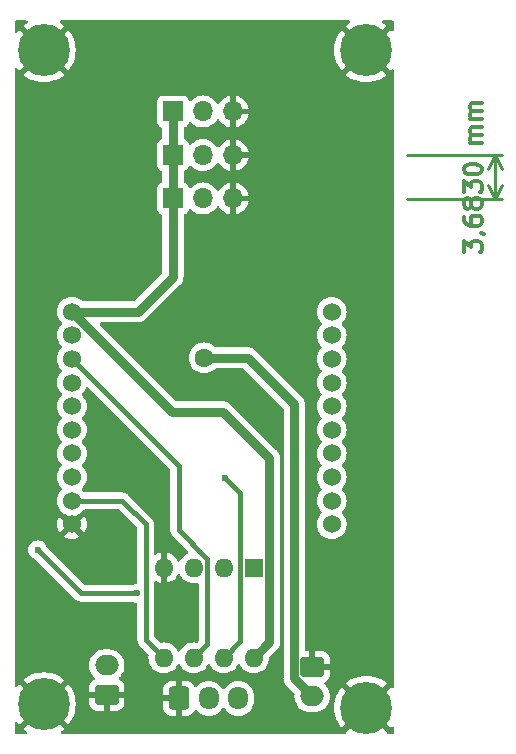
<source format=gbr>
%TF.GenerationSoftware,KiCad,Pcbnew,7.0.9*%
%TF.CreationDate,2023-12-30T17:24:47+01:00*%
%TF.ProjectId,rainguage,7261696e-6775-4616-9765-2e6b69636164,rev?*%
%TF.SameCoordinates,Original*%
%TF.FileFunction,Copper,L2,Bot*%
%TF.FilePolarity,Positive*%
%FSLAX46Y46*%
G04 Gerber Fmt 4.6, Leading zero omitted, Abs format (unit mm)*
G04 Created by KiCad (PCBNEW 7.0.9) date 2023-12-30 17:24:47*
%MOMM*%
%LPD*%
G01*
G04 APERTURE LIST*
G04 Aperture macros list*
%AMRoundRect*
0 Rectangle with rounded corners*
0 $1 Rounding radius*
0 $2 $3 $4 $5 $6 $7 $8 $9 X,Y pos of 4 corners*
0 Add a 4 corners polygon primitive as box body*
4,1,4,$2,$3,$4,$5,$6,$7,$8,$9,$2,$3,0*
0 Add four circle primitives for the rounded corners*
1,1,$1+$1,$2,$3*
1,1,$1+$1,$4,$5*
1,1,$1+$1,$6,$7*
1,1,$1+$1,$8,$9*
0 Add four rect primitives between the rounded corners*
20,1,$1+$1,$2,$3,$4,$5,0*
20,1,$1+$1,$4,$5,$6,$7,0*
20,1,$1+$1,$6,$7,$8,$9,0*
20,1,$1+$1,$8,$9,$2,$3,0*%
G04 Aperture macros list end*
%ADD10C,0.304800*%
%TA.AperFunction,NonConductor*%
%ADD11C,0.304800*%
%TD*%
%TA.AperFunction,NonConductor*%
%ADD12C,0.254000*%
%TD*%
%TA.AperFunction,ComponentPad*%
%ADD13R,1.700000X1.700000*%
%TD*%
%TA.AperFunction,ComponentPad*%
%ADD14O,1.700000X1.700000*%
%TD*%
%TA.AperFunction,ComponentPad*%
%ADD15RoundRect,0.250000X0.750000X-0.600000X0.750000X0.600000X-0.750000X0.600000X-0.750000X-0.600000X0*%
%TD*%
%TA.AperFunction,ComponentPad*%
%ADD16O,2.000000X1.700000*%
%TD*%
%TA.AperFunction,ComponentPad*%
%ADD17RoundRect,0.250000X-0.600000X-0.725000X0.600000X-0.725000X0.600000X0.725000X-0.600000X0.725000X0*%
%TD*%
%TA.AperFunction,ComponentPad*%
%ADD18O,1.700000X1.950000*%
%TD*%
%TA.AperFunction,ComponentPad*%
%ADD19RoundRect,0.250000X-0.750000X0.600000X-0.750000X-0.600000X0.750000X-0.600000X0.750000X0.600000X0*%
%TD*%
%TA.AperFunction,ComponentPad*%
%ADD20C,4.400000*%
%TD*%
%TA.AperFunction,ComponentPad*%
%ADD21C,1.524000*%
%TD*%
%TA.AperFunction,ComponentPad*%
%ADD22R,1.600000X1.600000*%
%TD*%
%TA.AperFunction,ComponentPad*%
%ADD23O,1.600000X1.600000*%
%TD*%
%TA.AperFunction,ViaPad*%
%ADD24C,1.600000*%
%TD*%
%TA.AperFunction,ViaPad*%
%ADD25C,0.600000*%
%TD*%
%TA.AperFunction,Conductor*%
%ADD26C,0.800000*%
%TD*%
%TA.AperFunction,Conductor*%
%ADD27C,0.400000*%
%TD*%
G04 APERTURE END LIST*
D10*
D11*
X195202381Y-79982786D02*
X195202381Y-79039358D01*
X195202381Y-79039358D02*
X195782952Y-79547358D01*
X195782952Y-79547358D02*
X195782952Y-79329643D01*
X195782952Y-79329643D02*
X195855524Y-79184501D01*
X195855524Y-79184501D02*
X195928095Y-79111929D01*
X195928095Y-79111929D02*
X196073238Y-79039358D01*
X196073238Y-79039358D02*
X196436095Y-79039358D01*
X196436095Y-79039358D02*
X196581238Y-79111929D01*
X196581238Y-79111929D02*
X196653810Y-79184501D01*
X196653810Y-79184501D02*
X196726381Y-79329643D01*
X196726381Y-79329643D02*
X196726381Y-79765072D01*
X196726381Y-79765072D02*
X196653810Y-79910215D01*
X196653810Y-79910215D02*
X196581238Y-79982786D01*
X196653810Y-78313643D02*
X196726381Y-78313643D01*
X196726381Y-78313643D02*
X196871524Y-78386214D01*
X196871524Y-78386214D02*
X196944095Y-78458786D01*
X195202381Y-77007358D02*
X195202381Y-77297643D01*
X195202381Y-77297643D02*
X195274952Y-77442786D01*
X195274952Y-77442786D02*
X195347524Y-77515358D01*
X195347524Y-77515358D02*
X195565238Y-77660500D01*
X195565238Y-77660500D02*
X195855524Y-77733072D01*
X195855524Y-77733072D02*
X196436095Y-77733072D01*
X196436095Y-77733072D02*
X196581238Y-77660500D01*
X196581238Y-77660500D02*
X196653810Y-77587929D01*
X196653810Y-77587929D02*
X196726381Y-77442786D01*
X196726381Y-77442786D02*
X196726381Y-77152500D01*
X196726381Y-77152500D02*
X196653810Y-77007358D01*
X196653810Y-77007358D02*
X196581238Y-76934786D01*
X196581238Y-76934786D02*
X196436095Y-76862215D01*
X196436095Y-76862215D02*
X196073238Y-76862215D01*
X196073238Y-76862215D02*
X195928095Y-76934786D01*
X195928095Y-76934786D02*
X195855524Y-77007358D01*
X195855524Y-77007358D02*
X195782952Y-77152500D01*
X195782952Y-77152500D02*
X195782952Y-77442786D01*
X195782952Y-77442786D02*
X195855524Y-77587929D01*
X195855524Y-77587929D02*
X195928095Y-77660500D01*
X195928095Y-77660500D02*
X196073238Y-77733072D01*
X195855524Y-75991357D02*
X195782952Y-76136500D01*
X195782952Y-76136500D02*
X195710381Y-76209071D01*
X195710381Y-76209071D02*
X195565238Y-76281643D01*
X195565238Y-76281643D02*
X195492667Y-76281643D01*
X195492667Y-76281643D02*
X195347524Y-76209071D01*
X195347524Y-76209071D02*
X195274952Y-76136500D01*
X195274952Y-76136500D02*
X195202381Y-75991357D01*
X195202381Y-75991357D02*
X195202381Y-75701071D01*
X195202381Y-75701071D02*
X195274952Y-75555929D01*
X195274952Y-75555929D02*
X195347524Y-75483357D01*
X195347524Y-75483357D02*
X195492667Y-75410786D01*
X195492667Y-75410786D02*
X195565238Y-75410786D01*
X195565238Y-75410786D02*
X195710381Y-75483357D01*
X195710381Y-75483357D02*
X195782952Y-75555929D01*
X195782952Y-75555929D02*
X195855524Y-75701071D01*
X195855524Y-75701071D02*
X195855524Y-75991357D01*
X195855524Y-75991357D02*
X195928095Y-76136500D01*
X195928095Y-76136500D02*
X196000667Y-76209071D01*
X196000667Y-76209071D02*
X196145810Y-76281643D01*
X196145810Y-76281643D02*
X196436095Y-76281643D01*
X196436095Y-76281643D02*
X196581238Y-76209071D01*
X196581238Y-76209071D02*
X196653810Y-76136500D01*
X196653810Y-76136500D02*
X196726381Y-75991357D01*
X196726381Y-75991357D02*
X196726381Y-75701071D01*
X196726381Y-75701071D02*
X196653810Y-75555929D01*
X196653810Y-75555929D02*
X196581238Y-75483357D01*
X196581238Y-75483357D02*
X196436095Y-75410786D01*
X196436095Y-75410786D02*
X196145810Y-75410786D01*
X196145810Y-75410786D02*
X196000667Y-75483357D01*
X196000667Y-75483357D02*
X195928095Y-75555929D01*
X195928095Y-75555929D02*
X195855524Y-75701071D01*
X195202381Y-74902785D02*
X195202381Y-73959357D01*
X195202381Y-73959357D02*
X195782952Y-74467357D01*
X195782952Y-74467357D02*
X195782952Y-74249642D01*
X195782952Y-74249642D02*
X195855524Y-74104500D01*
X195855524Y-74104500D02*
X195928095Y-74031928D01*
X195928095Y-74031928D02*
X196073238Y-73959357D01*
X196073238Y-73959357D02*
X196436095Y-73959357D01*
X196436095Y-73959357D02*
X196581238Y-74031928D01*
X196581238Y-74031928D02*
X196653810Y-74104500D01*
X196653810Y-74104500D02*
X196726381Y-74249642D01*
X196726381Y-74249642D02*
X196726381Y-74685071D01*
X196726381Y-74685071D02*
X196653810Y-74830214D01*
X196653810Y-74830214D02*
X196581238Y-74902785D01*
X195202381Y-73015928D02*
X195202381Y-72870785D01*
X195202381Y-72870785D02*
X195274952Y-72725642D01*
X195274952Y-72725642D02*
X195347524Y-72653071D01*
X195347524Y-72653071D02*
X195492667Y-72580499D01*
X195492667Y-72580499D02*
X195782952Y-72507928D01*
X195782952Y-72507928D02*
X196145810Y-72507928D01*
X196145810Y-72507928D02*
X196436095Y-72580499D01*
X196436095Y-72580499D02*
X196581238Y-72653071D01*
X196581238Y-72653071D02*
X196653810Y-72725642D01*
X196653810Y-72725642D02*
X196726381Y-72870785D01*
X196726381Y-72870785D02*
X196726381Y-73015928D01*
X196726381Y-73015928D02*
X196653810Y-73161071D01*
X196653810Y-73161071D02*
X196581238Y-73233642D01*
X196581238Y-73233642D02*
X196436095Y-73306213D01*
X196436095Y-73306213D02*
X196145810Y-73378785D01*
X196145810Y-73378785D02*
X195782952Y-73378785D01*
X195782952Y-73378785D02*
X195492667Y-73306213D01*
X195492667Y-73306213D02*
X195347524Y-73233642D01*
X195347524Y-73233642D02*
X195274952Y-73161071D01*
X195274952Y-73161071D02*
X195202381Y-73015928D01*
X196726381Y-70693641D02*
X195710381Y-70693641D01*
X195855524Y-70693641D02*
X195782952Y-70621070D01*
X195782952Y-70621070D02*
X195710381Y-70475927D01*
X195710381Y-70475927D02*
X195710381Y-70258213D01*
X195710381Y-70258213D02*
X195782952Y-70113070D01*
X195782952Y-70113070D02*
X195928095Y-70040499D01*
X195928095Y-70040499D02*
X196726381Y-70040499D01*
X195928095Y-70040499D02*
X195782952Y-69967927D01*
X195782952Y-69967927D02*
X195710381Y-69822784D01*
X195710381Y-69822784D02*
X195710381Y-69605070D01*
X195710381Y-69605070D02*
X195782952Y-69459927D01*
X195782952Y-69459927D02*
X195928095Y-69387356D01*
X195928095Y-69387356D02*
X196726381Y-69387356D01*
X196726381Y-68661641D02*
X195710381Y-68661641D01*
X195855524Y-68661641D02*
X195782952Y-68589070D01*
X195782952Y-68589070D02*
X195710381Y-68443927D01*
X195710381Y-68443927D02*
X195710381Y-68226213D01*
X195710381Y-68226213D02*
X195782952Y-68081070D01*
X195782952Y-68081070D02*
X195928095Y-68008499D01*
X195928095Y-68008499D02*
X196726381Y-68008499D01*
X195928095Y-68008499D02*
X195782952Y-67935927D01*
X195782952Y-67935927D02*
X195710381Y-67790784D01*
X195710381Y-67790784D02*
X195710381Y-67573070D01*
X195710381Y-67573070D02*
X195782952Y-67427927D01*
X195782952Y-67427927D02*
X195928095Y-67355356D01*
X195928095Y-67355356D02*
X196726381Y-67355356D01*
D12*
X190365000Y-71755000D02*
X198452420Y-71755000D01*
X190365000Y-75438000D02*
X198452420Y-75438000D01*
X197866000Y-71755000D02*
X197866000Y-75438000D01*
X197866000Y-71755000D02*
X197866000Y-75438000D01*
X197866000Y-71755000D02*
X198452421Y-72881504D01*
X197866000Y-71755000D02*
X197279579Y-72881504D01*
X197866000Y-75438000D02*
X197279579Y-74311496D01*
X197866000Y-75438000D02*
X198452421Y-74311496D01*
D13*
%TO.P,J6,1,Pin_1*%
%TO.N,+3.3v*%
X170576000Y-68047000D03*
D14*
%TO.P,J6,2,Pin_2*%
%TO.N,PB2*%
X173116000Y-68047000D03*
%TO.P,J6,3,Pin_3*%
%TO.N,GND*%
X175656000Y-68047000D03*
%TD*%
D13*
%TO.P,J5,1,Pin_1*%
%TO.N,+3.3v*%
X170576000Y-71730000D03*
D14*
%TO.P,J5,2,Pin_2*%
%TO.N,PB2*%
X173116000Y-71730000D03*
%TO.P,J5,3,Pin_3*%
%TO.N,GND*%
X175656000Y-71730000D03*
%TD*%
%TO.P,J4,3,Pin_3*%
%TO.N,GND*%
X175656000Y-75413000D03*
%TO.P,J4,2,Pin_2*%
%TO.N,PB2*%
X173116000Y-75413000D03*
D13*
%TO.P,J4,1,Pin_1*%
%TO.N,+3.3v*%
X170576000Y-75413000D03*
%TD*%
D15*
%TO.P,J2,1,Pin_1*%
%TO.N,GND*%
X164973000Y-117435000D03*
D16*
%TO.P,J2,2,Pin_2*%
%TO.N,USB 5V*%
X164973000Y-114935000D03*
%TD*%
D17*
%TO.P,J1,1,Pin_1*%
%TO.N,GND*%
X171109000Y-117738003D03*
D18*
%TO.P,J1,2,Pin_2*%
%TO.N,PB2*%
X173609000Y-117738003D03*
%TO.P,J1,3,Pin_3*%
%TO.N,+3.3v*%
X176109000Y-117738003D03*
%TD*%
D19*
%TO.P,J3,1,Pin_1*%
%TO.N,GND*%
X182372000Y-115062000D03*
D16*
%TO.P,J3,2,Pin_2*%
%TO.N,VBAT*%
X182372000Y-117562000D03*
%TD*%
D20*
%TO.P,H2,1,1*%
%TO.N,GND*%
X186944000Y-62865000D03*
%TD*%
D21*
%TO.P,JP1,20,DIO0*%
%TO.N,unconnected-(JP1-DIO0-Pad20)*%
X184023000Y-84993480D03*
%TO.P,JP1,19,DIO1*%
%TO.N,unconnected-(JP1-DIO1-Pad19)*%
X184023000Y-86995000D03*
%TO.P,JP1,18,DIO2*%
%TO.N,unconnected-(JP1-DIO2-Pad18)*%
X184023000Y-88993980D03*
%TO.P,JP1,17,DIO3*%
%TO.N,unconnected-(JP1-DIO3-Pad17)*%
X184023000Y-90995500D03*
%TO.P,JP1,16,RTS*%
%TO.N,unconnected-(JP1-RTS-Pad16)*%
X184023000Y-92994480D03*
%TO.P,JP1,15,DIO5*%
%TO.N,unconnected-(JP1-DIO5-Pad15)*%
X184023000Y-94993460D03*
%TO.P,JP1,14,RES*%
%TO.N,unconnected-(JP1-RES-Pad14)*%
X184023000Y-96994980D03*
%TO.P,JP1,13,DIO9*%
%TO.N,Net-(D2-A)*%
X184023000Y-98993960D03*
%TO.P,JP1,12,CTS*%
%TO.N,unconnected-(JP1-CTS-Pad12)*%
X184023000Y-100995480D03*
%TO.P,JP1,11,DIO4*%
%TO.N,unconnected-(JP1-DIO4-Pad11)*%
X184023000Y-102994460D03*
%TO.P,JP1,10,GND*%
%TO.N,GND*%
X162026600Y-102994460D03*
%TO.P,JP1,9,DTR*%
%TO.N,PB0*%
X162026600Y-100995480D03*
%TO.P,JP1,8,RES*%
%TO.N,unconnected-(JP1-RES-Pad8)*%
X162026600Y-98993960D03*
%TO.P,JP1,7,DIO11*%
%TO.N,unconnected-(JP1-DIO11-Pad7)*%
X162026600Y-96994980D03*
%TO.P,JP1,6,RSSI*%
%TO.N,unconnected-(JP1-RSSI-Pad6)*%
X162026600Y-94993460D03*
%TO.P,JP1,5,RESET*%
%TO.N,unconnected-(JP1-RESET-Pad5)*%
X162026600Y-92994480D03*
%TO.P,JP1,4,DIO12*%
%TO.N,unconnected-(JP1-DIO12-Pad4)*%
X162026600Y-90995500D03*
%TO.P,JP1,3,DIN*%
%TO.N,PB1*%
X162026600Y-88993980D03*
%TO.P,JP1,2,DOUT*%
%TO.N,unconnected-(JP1-DOUT-Pad2)*%
X162026600Y-86995000D03*
%TO.P,JP1,1,VDD*%
%TO.N,+3.3v*%
X162026600Y-84993480D03*
%TD*%
D20*
%TO.P,H3,1,1*%
%TO.N,GND*%
X159639000Y-118237000D03*
%TD*%
D22*
%TO.P,U2,1,~{RESET}/PB5*%
%TO.N,unconnected-(U2-~{RESET}{slash}PB5-Pad1)*%
X177419000Y-106680000D03*
D23*
%TO.P,U2,2,XTAL1/PB3*%
%TO.N,Net-(U2-XTAL1{slash}PB3)*%
X174879000Y-106680000D03*
%TO.P,U2,3,XTAL2/PB4*%
%TO.N,unconnected-(U2-XTAL2{slash}PB4-Pad3)*%
X172339000Y-106680000D03*
%TO.P,U2,4,GND*%
%TO.N,GND*%
X169799000Y-106680000D03*
%TO.P,U2,5,AREF/PB0*%
%TO.N,PB0*%
X169799000Y-114300000D03*
%TO.P,U2,6,PB1*%
%TO.N,PB1*%
X172339000Y-114300000D03*
%TO.P,U2,7,PB2*%
%TO.N,PB2*%
X174879000Y-114300000D03*
%TO.P,U2,8,VCC*%
%TO.N,+3.3v*%
X177419000Y-114300000D03*
%TD*%
D20*
%TO.P,H1,1,1*%
%TO.N,GND*%
X159639000Y-62865000D03*
%TD*%
%TO.P,H4,1,1*%
%TO.N,GND*%
X186944000Y-118512000D03*
%TD*%
D24*
%TO.N,VBAT*%
X173228000Y-88900000D03*
D25*
%TO.N,PB2*%
X175006000Y-99060000D03*
%TO.N,Net-(U1-STAT)*%
X159131000Y-105156000D03*
X167513000Y-108839000D03*
%TD*%
D26*
%TO.N,+3.3v*%
X170576000Y-71730000D02*
X170576000Y-68047000D01*
X170576000Y-75413000D02*
X170576000Y-71730000D01*
X170576000Y-82027000D02*
X170576000Y-75413000D01*
X170505120Y-93472000D02*
X162026600Y-84993480D01*
X174818913Y-93472000D02*
X170505120Y-93472000D01*
X178746000Y-97399087D02*
X174818913Y-93472000D01*
X178746000Y-112973000D02*
X178746000Y-97399087D01*
X177419000Y-114300000D02*
X178746000Y-112973000D01*
%TO.N,VBAT*%
X180845000Y-92840000D02*
X180845000Y-116035000D01*
X176911000Y-88900000D02*
X180848000Y-92837000D01*
X180848000Y-92837000D02*
X180845000Y-92840000D01*
X180845000Y-116035000D02*
X182372000Y-117562000D01*
X173228000Y-88900000D02*
X176911000Y-88900000D01*
D27*
%TO.N,PB1*%
X173466000Y-105902000D02*
X171069000Y-103505000D01*
X171069000Y-103505000D02*
X171069000Y-98036380D01*
X173466000Y-113173000D02*
X173466000Y-105902000D01*
X172339000Y-114300000D02*
X173466000Y-113173000D01*
X171069000Y-98036380D02*
X162026600Y-88993980D01*
D26*
%TO.N,+3.3v*%
X162026600Y-84993480D02*
X167609520Y-84993480D01*
X167609520Y-84993480D02*
X170576000Y-82027000D01*
D27*
%TO.N,Net-(U1-STAT)*%
X162814000Y-108839000D02*
X167513000Y-108839000D01*
X159131000Y-105156000D02*
X162814000Y-108839000D01*
%TO.N,PB2*%
X176292000Y-100346000D02*
X175006000Y-99060000D01*
X176292000Y-112887000D02*
X176292000Y-100346000D01*
X174879000Y-114300000D02*
X176292000Y-112887000D01*
%TO.N,PB0*%
X168275000Y-112776000D02*
X169799000Y-114300000D01*
X166273480Y-100995480D02*
X168275000Y-102997000D01*
X162026600Y-100995480D02*
X166273480Y-100995480D01*
X168275000Y-102997000D02*
X168275000Y-112776000D01*
%TD*%
%TA.AperFunction,Conductor*%
%TO.N,GND*%
G36*
X158803894Y-118960624D02*
G01*
X158955932Y-119105592D01*
X159058222Y-119171330D01*
X157914030Y-120315521D01*
X157914030Y-120315522D01*
X158102414Y-120463112D01*
X158102423Y-120463118D01*
X158155470Y-120495186D01*
X158202658Y-120546714D01*
X158214496Y-120615574D01*
X158187227Y-120679902D01*
X158129508Y-120719276D01*
X158091320Y-120725303D01*
X157302776Y-120725303D01*
X157235737Y-120705618D01*
X157189982Y-120652814D01*
X157178776Y-120601303D01*
X157178776Y-119831127D01*
X157198461Y-119764088D01*
X157251265Y-119718333D01*
X157320423Y-119708389D01*
X157383979Y-119737414D01*
X157408895Y-119766981D01*
X157412886Y-119773585D01*
X157560477Y-119961968D01*
X158703211Y-118819235D01*
X158803894Y-118960624D01*
G37*
%TD.AperFunction*%
%TA.AperFunction,Conductor*%
G36*
X170049000Y-107958872D02*
G01*
X170245317Y-107906269D01*
X170245326Y-107906265D01*
X170451482Y-107810134D01*
X170637820Y-107679657D01*
X170798657Y-107518820D01*
X170929132Y-107332484D01*
X170956341Y-107274134D01*
X171002513Y-107221695D01*
X171069707Y-107202542D01*
X171136588Y-107222757D01*
X171181106Y-107274133D01*
X171208431Y-107332732D01*
X171208432Y-107332734D01*
X171338954Y-107519141D01*
X171499858Y-107680045D01*
X171499861Y-107680047D01*
X171686266Y-107810568D01*
X171892504Y-107906739D01*
X171892509Y-107906740D01*
X171892511Y-107906741D01*
X171925917Y-107915692D01*
X172112308Y-107965635D01*
X172274230Y-107979801D01*
X172338998Y-107985468D01*
X172339000Y-107985468D01*
X172339002Y-107985468D01*
X172395796Y-107980499D01*
X172565692Y-107965635D01*
X172609405Y-107953922D01*
X172679255Y-107955584D01*
X172737118Y-107994746D01*
X172764623Y-108058974D01*
X172765500Y-108073696D01*
X172765500Y-112831479D01*
X172745815Y-112898518D01*
X172729181Y-112919160D01*
X172669369Y-112978972D01*
X172608046Y-113012457D01*
X172570881Y-113014819D01*
X172565680Y-113014364D01*
X172546171Y-113012657D01*
X172339002Y-112994532D01*
X172338998Y-112994532D01*
X172112313Y-113014364D01*
X172112302Y-113014366D01*
X171892511Y-113073258D01*
X171892502Y-113073261D01*
X171686267Y-113169431D01*
X171686265Y-113169432D01*
X171499858Y-113299954D01*
X171338954Y-113460858D01*
X171208432Y-113647265D01*
X171208431Y-113647267D01*
X171181382Y-113705275D01*
X171135209Y-113757714D01*
X171068016Y-113776866D01*
X171001135Y-113756650D01*
X170956618Y-113705275D01*
X170936018Y-113661098D01*
X170929568Y-113647266D01*
X170799047Y-113460861D01*
X170799045Y-113460858D01*
X170638141Y-113299954D01*
X170451734Y-113169432D01*
X170451732Y-113169431D01*
X170245497Y-113073261D01*
X170245488Y-113073258D01*
X170025697Y-113014366D01*
X170025693Y-113014365D01*
X170025692Y-113014365D01*
X170025691Y-113014364D01*
X170025686Y-113014364D01*
X169799002Y-112994532D01*
X169798998Y-112994532D01*
X169567117Y-113014819D01*
X169498617Y-113001052D01*
X169468629Y-112978972D01*
X169011819Y-112522162D01*
X168978334Y-112460839D01*
X168975500Y-112434481D01*
X168975500Y-107925028D01*
X168995185Y-107857989D01*
X169047989Y-107812234D01*
X169117147Y-107802290D01*
X169151905Y-107812646D01*
X169352673Y-107906265D01*
X169352682Y-107906269D01*
X169548999Y-107958872D01*
X169549000Y-107958871D01*
X169549000Y-106995686D01*
X169560955Y-107007641D01*
X169673852Y-107065165D01*
X169767519Y-107080000D01*
X169830481Y-107080000D01*
X169924148Y-107065165D01*
X170037045Y-107007641D01*
X170049000Y-106995686D01*
X170049000Y-107958872D01*
G37*
%TD.AperFunction*%
%TA.AperFunction,Conductor*%
G36*
X163393619Y-91359161D02*
G01*
X163422749Y-91380786D01*
X170332181Y-98290218D01*
X170365666Y-98351541D01*
X170368500Y-98377899D01*
X170368500Y-103481951D01*
X170368387Y-103485696D01*
X170364642Y-103547603D01*
X170364642Y-103547605D01*
X170375821Y-103608612D01*
X170376384Y-103612313D01*
X170383859Y-103673870D01*
X170383860Y-103673874D01*
X170387451Y-103683343D01*
X170393474Y-103704946D01*
X170395304Y-103714930D01*
X170420759Y-103771490D01*
X170422189Y-103774941D01*
X170444182Y-103832930D01*
X170444183Y-103832931D01*
X170449936Y-103841266D01*
X170460961Y-103860813D01*
X170465120Y-103870055D01*
X170465124Y-103870060D01*
X170503371Y-103918878D01*
X170505591Y-103921896D01*
X170540812Y-103972924D01*
X170540816Y-103972928D01*
X170540817Y-103972929D01*
X170587250Y-104014064D01*
X170589941Y-104016598D01*
X171227080Y-104653737D01*
X171858736Y-105285393D01*
X171892221Y-105346716D01*
X171887237Y-105416408D01*
X171845365Y-105472341D01*
X171823461Y-105485456D01*
X171702722Y-105541758D01*
X171690725Y-105547353D01*
X171686264Y-105549433D01*
X171499858Y-105679954D01*
X171338954Y-105840858D01*
X171278390Y-105927354D01*
X171208432Y-106027266D01*
X171208315Y-106027518D01*
X171181106Y-106085867D01*
X171134933Y-106138306D01*
X171067739Y-106157457D01*
X171000858Y-106137241D01*
X170956342Y-106085865D01*
X170929135Y-106027520D01*
X170929134Y-106027518D01*
X170798657Y-105841179D01*
X170637820Y-105680342D01*
X170451482Y-105549865D01*
X170245328Y-105453734D01*
X170049000Y-105401127D01*
X170049000Y-106364314D01*
X170037045Y-106352359D01*
X169924148Y-106294835D01*
X169830481Y-106280000D01*
X169767519Y-106280000D01*
X169673852Y-106294835D01*
X169560955Y-106352359D01*
X169549000Y-106364314D01*
X169549000Y-105401127D01*
X169352669Y-105453735D01*
X169151904Y-105547353D01*
X169082827Y-105557845D01*
X169019043Y-105529325D01*
X168980804Y-105470848D01*
X168975500Y-105434971D01*
X168975500Y-103020047D01*
X168975613Y-103016302D01*
X168979358Y-102954394D01*
X168968175Y-102893371D01*
X168967613Y-102889674D01*
X168965187Y-102869694D01*
X168960140Y-102828128D01*
X168956548Y-102818656D01*
X168950521Y-102797034D01*
X168948695Y-102787071D01*
X168948695Y-102787069D01*
X168923224Y-102730476D01*
X168921817Y-102727079D01*
X168899818Y-102669070D01*
X168899816Y-102669068D01*
X168899816Y-102669066D01*
X168894062Y-102660731D01*
X168883034Y-102641177D01*
X168878880Y-102631947D01*
X168850467Y-102595680D01*
X168840621Y-102583112D01*
X168838427Y-102580130D01*
X168803183Y-102529071D01*
X168756750Y-102487935D01*
X168754056Y-102485399D01*
X166785078Y-100516421D01*
X166782544Y-100513730D01*
X166741409Y-100467297D01*
X166741408Y-100467296D01*
X166741404Y-100467292D01*
X166690376Y-100432071D01*
X166687367Y-100429857D01*
X166638540Y-100391604D01*
X166638535Y-100391600D01*
X166629293Y-100387441D01*
X166609746Y-100376416D01*
X166601411Y-100370663D01*
X166601412Y-100370663D01*
X166601410Y-100370662D01*
X166543421Y-100348669D01*
X166539970Y-100347239D01*
X166483410Y-100321784D01*
X166473426Y-100319954D01*
X166451823Y-100313931D01*
X166442354Y-100310340D01*
X166442350Y-100310339D01*
X166380793Y-100302864D01*
X166377092Y-100302301D01*
X166316088Y-100291122D01*
X166316083Y-100291122D01*
X166254177Y-100294867D01*
X166250432Y-100294980D01*
X163141884Y-100294980D01*
X163074845Y-100275295D01*
X163040309Y-100242103D01*
X162997425Y-100180858D01*
X162898967Y-100082400D01*
X162865482Y-100021077D01*
X162870466Y-99951385D01*
X162898963Y-99907042D01*
X162997426Y-99808580D01*
X163124134Y-99627622D01*
X163217494Y-99427410D01*
X163274670Y-99214028D01*
X163293923Y-98993960D01*
X163274670Y-98773892D01*
X163217494Y-98560510D01*
X163124134Y-98360299D01*
X162997426Y-98179340D01*
X162997424Y-98179337D01*
X162900237Y-98082150D01*
X162866752Y-98020827D01*
X162871736Y-97951135D01*
X162900233Y-97906792D01*
X162997426Y-97809600D01*
X163124134Y-97628642D01*
X163217494Y-97428430D01*
X163274670Y-97215048D01*
X163293923Y-96994980D01*
X163274670Y-96774912D01*
X163217494Y-96561530D01*
X163124134Y-96361319D01*
X162997426Y-96180360D01*
X162997424Y-96180357D01*
X162898967Y-96081900D01*
X162865482Y-96020577D01*
X162870466Y-95950885D01*
X162898963Y-95906542D01*
X162997426Y-95808080D01*
X163124134Y-95627122D01*
X163217494Y-95426910D01*
X163274670Y-95213528D01*
X163293923Y-94993460D01*
X163274670Y-94773392D01*
X163217494Y-94560010D01*
X163124134Y-94359799D01*
X162997426Y-94178840D01*
X162997424Y-94178837D01*
X162900237Y-94081650D01*
X162866752Y-94020327D01*
X162871736Y-93950635D01*
X162900233Y-93906292D01*
X162997426Y-93809100D01*
X163124134Y-93628142D01*
X163217494Y-93427930D01*
X163274670Y-93214548D01*
X163293923Y-92994480D01*
X163274670Y-92774412D01*
X163217494Y-92561030D01*
X163124134Y-92360819D01*
X162997426Y-92179860D01*
X162997424Y-92179857D01*
X162900237Y-92082670D01*
X162866752Y-92021347D01*
X162871736Y-91951655D01*
X162900233Y-91907312D01*
X162997426Y-91810120D01*
X163124134Y-91629162D01*
X163217494Y-91428950D01*
X163217499Y-91428928D01*
X163218542Y-91426067D01*
X163219350Y-91424969D01*
X163219782Y-91424043D01*
X163219968Y-91424129D01*
X163259963Y-91369800D01*
X163325229Y-91344858D01*
X163393619Y-91359161D01*
G37*
%TD.AperFunction*%
%TA.AperFunction,Conductor*%
G36*
X185551379Y-60343172D02*
G01*
X185597134Y-60395976D01*
X185607078Y-60465134D01*
X185578053Y-60528690D01*
X185548490Y-60553604D01*
X185407423Y-60638881D01*
X185219030Y-60786476D01*
X185219030Y-60786477D01*
X186360693Y-61928140D01*
X186346590Y-61935411D01*
X186181460Y-62065271D01*
X186043890Y-62224035D01*
X186009334Y-62283887D01*
X184865477Y-61140030D01*
X184865476Y-61140030D01*
X184717881Y-61328423D01*
X184548898Y-61607956D01*
X184548897Y-61607958D01*
X184414839Y-61905824D01*
X184414835Y-61905835D01*
X184317667Y-62217658D01*
X184258786Y-62538961D01*
X184239065Y-62865000D01*
X184258786Y-63191038D01*
X184317667Y-63512341D01*
X184414835Y-63824164D01*
X184414839Y-63824175D01*
X184548897Y-64122041D01*
X184548898Y-64122043D01*
X184717887Y-64401586D01*
X184865477Y-64589968D01*
X186008210Y-63447234D01*
X186108894Y-63588624D01*
X186260932Y-63733592D01*
X186363222Y-63799330D01*
X185219030Y-64943521D01*
X185219030Y-64943522D01*
X185407414Y-65091112D01*
X185407423Y-65091118D01*
X185686956Y-65260101D01*
X185686958Y-65260102D01*
X185984824Y-65394160D01*
X185984835Y-65394164D01*
X186296658Y-65491332D01*
X186617961Y-65550213D01*
X186944000Y-65569934D01*
X187270038Y-65550213D01*
X187591341Y-65491332D01*
X187903164Y-65394164D01*
X187903175Y-65394160D01*
X188201041Y-65260102D01*
X188201043Y-65260101D01*
X188480576Y-65091118D01*
X188480584Y-65091112D01*
X188668968Y-64943522D01*
X188668968Y-64943521D01*
X187527306Y-63801859D01*
X187541410Y-63794589D01*
X187706540Y-63664729D01*
X187844110Y-63505965D01*
X187878665Y-63446112D01*
X189022521Y-64589968D01*
X189022522Y-64589968D01*
X189068586Y-64531172D01*
X189125426Y-64490539D01*
X189195210Y-64487087D01*
X189255783Y-64521911D01*
X189287913Y-64583955D01*
X189290197Y-64607645D01*
X189290197Y-116769353D01*
X189270512Y-116836392D01*
X189217708Y-116882147D01*
X189148550Y-116892091D01*
X189084994Y-116863066D01*
X189068586Y-116845826D01*
X189022521Y-116787030D01*
X187879788Y-117929763D01*
X187779106Y-117788376D01*
X187627068Y-117643408D01*
X187524777Y-117577669D01*
X188668968Y-116433477D01*
X188668968Y-116433476D01*
X188480586Y-116285887D01*
X188201043Y-116116898D01*
X188201041Y-116116897D01*
X187903175Y-115982839D01*
X187903164Y-115982835D01*
X187591341Y-115885667D01*
X187270038Y-115826786D01*
X186944000Y-115807065D01*
X186617961Y-115826786D01*
X186296658Y-115885667D01*
X185984835Y-115982835D01*
X185984824Y-115982839D01*
X185686958Y-116116897D01*
X185686956Y-116116898D01*
X185407423Y-116285881D01*
X185219030Y-116433476D01*
X185219030Y-116433477D01*
X186360693Y-117575140D01*
X186346590Y-117582411D01*
X186181460Y-117712271D01*
X186043890Y-117871035D01*
X186009334Y-117930887D01*
X184865477Y-116787030D01*
X184865476Y-116787030D01*
X184717881Y-116975423D01*
X184548898Y-117254956D01*
X184548897Y-117254958D01*
X184414839Y-117552824D01*
X184414835Y-117552835D01*
X184317667Y-117864658D01*
X184258786Y-118185961D01*
X184239065Y-118512000D01*
X184258786Y-118838038D01*
X184317667Y-119159341D01*
X184414835Y-119471164D01*
X184414839Y-119471175D01*
X184548897Y-119769041D01*
X184548898Y-119769043D01*
X184717887Y-120048586D01*
X184865477Y-120236968D01*
X186008210Y-119094234D01*
X186108894Y-119235624D01*
X186260932Y-119380592D01*
X186363222Y-119446330D01*
X185219030Y-120590521D01*
X185219230Y-120593816D01*
X185203629Y-120661921D01*
X185153684Y-120710781D01*
X185095456Y-120725303D01*
X161186680Y-120725303D01*
X161119641Y-120705618D01*
X161073886Y-120652814D01*
X161063942Y-120583656D01*
X161092967Y-120520100D01*
X161122530Y-120495186D01*
X161175576Y-120463118D01*
X161175584Y-120463112D01*
X161363968Y-120315522D01*
X161363968Y-120315521D01*
X160222306Y-119173859D01*
X160236410Y-119166589D01*
X160401540Y-119036729D01*
X160539110Y-118877965D01*
X160573665Y-118818112D01*
X161717521Y-119961968D01*
X161717522Y-119961968D01*
X161865112Y-119773584D01*
X161865118Y-119773576D01*
X162034101Y-119494043D01*
X162034102Y-119494041D01*
X162168160Y-119196175D01*
X162168164Y-119196164D01*
X162265332Y-118884341D01*
X162324213Y-118563038D01*
X162343934Y-118237000D01*
X162324213Y-117910961D01*
X162265332Y-117589658D01*
X162168164Y-117277835D01*
X162168160Y-117277824D01*
X162034102Y-116979958D01*
X162034101Y-116979956D01*
X161865118Y-116700423D01*
X161865112Y-116700414D01*
X161717521Y-116512030D01*
X160574788Y-117654763D01*
X160474106Y-117513376D01*
X160322068Y-117368408D01*
X160219777Y-117302669D01*
X161363968Y-116158477D01*
X161363968Y-116158476D01*
X161175586Y-116010887D01*
X160896043Y-115841898D01*
X160896041Y-115841897D01*
X160598175Y-115707839D01*
X160598164Y-115707835D01*
X160286341Y-115610667D01*
X159965038Y-115551786D01*
X159639000Y-115532065D01*
X159312961Y-115551786D01*
X158991658Y-115610667D01*
X158679835Y-115707835D01*
X158679824Y-115707839D01*
X158381958Y-115841897D01*
X158381956Y-115841898D01*
X158102423Y-116010881D01*
X157914030Y-116158476D01*
X157914030Y-116158477D01*
X159055693Y-117300140D01*
X159041590Y-117307411D01*
X158876460Y-117437271D01*
X158738890Y-117596035D01*
X158704334Y-117655887D01*
X157560477Y-116512030D01*
X157560476Y-116512030D01*
X157412881Y-116700422D01*
X157408892Y-116707022D01*
X157357363Y-116754209D01*
X157288503Y-116766046D01*
X157224175Y-116738776D01*
X157184802Y-116681056D01*
X157178776Y-116642870D01*
X157178776Y-114935000D01*
X163467341Y-114935000D01*
X163487936Y-115170403D01*
X163487938Y-115170413D01*
X163549094Y-115398655D01*
X163549096Y-115398659D01*
X163549097Y-115398663D01*
X163563975Y-115430568D01*
X163648964Y-115612828D01*
X163648965Y-115612830D01*
X163784505Y-115806402D01*
X163932067Y-115953964D01*
X163965552Y-116015287D01*
X163960568Y-116084979D01*
X163918696Y-116140912D01*
X163909483Y-116147183D01*
X163754659Y-116242680D01*
X163754655Y-116242683D01*
X163630684Y-116366654D01*
X163538643Y-116515875D01*
X163538641Y-116515880D01*
X163483494Y-116682302D01*
X163483493Y-116682309D01*
X163473000Y-116785013D01*
X163473000Y-117185000D01*
X164539314Y-117185000D01*
X164513507Y-117225156D01*
X164473000Y-117363111D01*
X164473000Y-117506889D01*
X164513507Y-117644844D01*
X164539314Y-117685000D01*
X163473001Y-117685000D01*
X163473001Y-118084986D01*
X163483494Y-118187697D01*
X163538641Y-118354119D01*
X163538643Y-118354124D01*
X163630684Y-118503345D01*
X163754654Y-118627315D01*
X163903875Y-118719356D01*
X163903880Y-118719358D01*
X164070302Y-118774505D01*
X164070309Y-118774506D01*
X164173019Y-118784999D01*
X164722999Y-118784999D01*
X164723000Y-118784998D01*
X164723000Y-117870501D01*
X164830685Y-117919680D01*
X164937237Y-117935000D01*
X165008763Y-117935000D01*
X165115315Y-117919680D01*
X165223000Y-117870501D01*
X165223000Y-118784999D01*
X165772972Y-118784999D01*
X165772986Y-118784998D01*
X165875697Y-118774505D01*
X166042119Y-118719358D01*
X166042124Y-118719356D01*
X166191345Y-118627315D01*
X166315315Y-118503345D01*
X166407356Y-118354124D01*
X166407358Y-118354119D01*
X166462505Y-118187697D01*
X166462506Y-118187690D01*
X166472999Y-118084986D01*
X166473000Y-118084973D01*
X166473000Y-117685000D01*
X165406686Y-117685000D01*
X165432493Y-117644844D01*
X165473000Y-117506889D01*
X165473000Y-117488003D01*
X169759000Y-117488003D01*
X170705031Y-117488003D01*
X170672481Y-117538652D01*
X170634000Y-117669708D01*
X170634000Y-117806298D01*
X170672481Y-117937354D01*
X170705031Y-117988003D01*
X169759001Y-117988003D01*
X169759001Y-118512989D01*
X169769494Y-118615700D01*
X169824641Y-118782122D01*
X169824643Y-118782127D01*
X169916684Y-118931348D01*
X170040654Y-119055318D01*
X170189875Y-119147359D01*
X170189880Y-119147361D01*
X170356302Y-119202508D01*
X170356309Y-119202509D01*
X170459019Y-119213002D01*
X170858999Y-119213002D01*
X170859000Y-119213001D01*
X170859000Y-118146021D01*
X170973801Y-118198449D01*
X171075025Y-118213003D01*
X171142975Y-118213003D01*
X171244199Y-118198449D01*
X171359000Y-118146021D01*
X171359000Y-119213002D01*
X171758972Y-119213002D01*
X171758986Y-119213001D01*
X171861697Y-119202508D01*
X172028119Y-119147361D01*
X172028124Y-119147359D01*
X172177345Y-119055318D01*
X172301315Y-118931348D01*
X172396815Y-118776519D01*
X172448763Y-118729795D01*
X172517726Y-118718572D01*
X172581808Y-118746416D01*
X172590035Y-118753934D01*
X172737599Y-118901498D01*
X172737602Y-118901500D01*
X172737603Y-118901501D01*
X172931165Y-119037035D01*
X172931167Y-119037036D01*
X172931170Y-119037038D01*
X173145337Y-119136906D01*
X173145343Y-119136907D01*
X173145344Y-119136908D01*
X173184356Y-119147361D01*
X173373592Y-119198066D01*
X173561918Y-119214542D01*
X173608999Y-119218662D01*
X173609000Y-119218662D01*
X173609001Y-119218662D01*
X173648234Y-119215229D01*
X173844408Y-119198066D01*
X174072663Y-119136906D01*
X174286829Y-119037038D01*
X174480401Y-118901498D01*
X174647495Y-118734404D01*
X174757426Y-118577404D01*
X174812001Y-118533781D01*
X174881500Y-118526587D01*
X174943855Y-118558109D01*
X174960571Y-118577401D01*
X175031144Y-118678190D01*
X175070506Y-118734406D01*
X175172002Y-118835901D01*
X175237599Y-118901498D01*
X175322040Y-118960624D01*
X175431165Y-119037035D01*
X175431167Y-119037036D01*
X175431170Y-119037038D01*
X175645337Y-119136906D01*
X175645343Y-119136907D01*
X175645344Y-119136908D01*
X175684356Y-119147361D01*
X175873592Y-119198066D01*
X176061918Y-119214542D01*
X176108999Y-119218662D01*
X176109000Y-119218662D01*
X176109001Y-119218662D01*
X176148234Y-119215229D01*
X176344408Y-119198066D01*
X176572663Y-119136906D01*
X176786829Y-119037038D01*
X176980401Y-118901498D01*
X177147495Y-118734404D01*
X177283035Y-118540832D01*
X177382903Y-118326666D01*
X177444063Y-118098411D01*
X177459500Y-117921969D01*
X177459500Y-117554037D01*
X177444063Y-117377595D01*
X177382903Y-117149340D01*
X177283035Y-116935174D01*
X177282914Y-116935000D01*
X177147494Y-116741600D01*
X176980402Y-116574509D01*
X176980395Y-116574504D01*
X176969992Y-116567220D01*
X176896672Y-116515880D01*
X176786834Y-116438970D01*
X176786830Y-116438968D01*
X176786828Y-116438967D01*
X176572663Y-116339100D01*
X176572659Y-116339099D01*
X176572655Y-116339097D01*
X176344413Y-116277941D01*
X176344403Y-116277939D01*
X176109001Y-116257344D01*
X176108999Y-116257344D01*
X175873596Y-116277939D01*
X175873586Y-116277941D01*
X175645344Y-116339097D01*
X175645335Y-116339101D01*
X175431171Y-116438967D01*
X175431169Y-116438968D01*
X175237597Y-116574508D01*
X175070505Y-116741600D01*
X174960575Y-116898598D01*
X174905998Y-116942223D01*
X174836500Y-116949417D01*
X174774145Y-116917894D01*
X174757425Y-116898598D01*
X174647494Y-116741600D01*
X174480402Y-116574509D01*
X174480395Y-116574504D01*
X174469992Y-116567220D01*
X174396672Y-116515880D01*
X174286834Y-116438970D01*
X174286830Y-116438968D01*
X174286828Y-116438967D01*
X174072663Y-116339100D01*
X174072659Y-116339099D01*
X174072655Y-116339097D01*
X173844413Y-116277941D01*
X173844403Y-116277939D01*
X173609001Y-116257344D01*
X173608999Y-116257344D01*
X173373596Y-116277939D01*
X173373586Y-116277941D01*
X173145344Y-116339097D01*
X173145335Y-116339101D01*
X172931171Y-116438967D01*
X172931169Y-116438968D01*
X172737597Y-116574508D01*
X172590035Y-116722071D01*
X172528712Y-116755556D01*
X172459020Y-116750572D01*
X172403087Y-116708700D01*
X172396815Y-116699487D01*
X172301315Y-116544657D01*
X172177345Y-116420687D01*
X172028124Y-116328646D01*
X172028119Y-116328644D01*
X171861697Y-116273497D01*
X171861690Y-116273496D01*
X171758986Y-116263003D01*
X171359000Y-116263003D01*
X171359000Y-117329984D01*
X171244199Y-117277557D01*
X171142975Y-117263003D01*
X171075025Y-117263003D01*
X170973801Y-117277557D01*
X170859000Y-117329984D01*
X170859000Y-116263003D01*
X170459028Y-116263003D01*
X170459012Y-116263004D01*
X170356302Y-116273497D01*
X170189880Y-116328644D01*
X170189875Y-116328646D01*
X170040654Y-116420687D01*
X169916684Y-116544657D01*
X169824643Y-116693878D01*
X169824641Y-116693883D01*
X169769494Y-116860305D01*
X169769493Y-116860312D01*
X169759000Y-116963016D01*
X169759000Y-117488003D01*
X165473000Y-117488003D01*
X165473000Y-117363111D01*
X165432493Y-117225156D01*
X165406686Y-117185000D01*
X166472999Y-117185000D01*
X166472999Y-116785028D01*
X166472998Y-116785013D01*
X166462505Y-116682302D01*
X166407358Y-116515880D01*
X166407356Y-116515875D01*
X166315315Y-116366654D01*
X166191344Y-116242683D01*
X166191340Y-116242680D01*
X166036516Y-116147183D01*
X165989791Y-116095235D01*
X165978570Y-116026273D01*
X166006413Y-115962191D01*
X166013932Y-115953964D01*
X166082229Y-115885667D01*
X166161495Y-115806401D01*
X166297035Y-115612830D01*
X166396903Y-115398663D01*
X166458063Y-115170408D01*
X166478659Y-114935000D01*
X166458063Y-114699592D01*
X166396903Y-114471337D01*
X166297035Y-114257171D01*
X166297034Y-114257169D01*
X166161494Y-114063597D01*
X165994402Y-113896505D01*
X165800830Y-113760965D01*
X165800828Y-113760964D01*
X165681402Y-113705275D01*
X165586663Y-113661097D01*
X165586659Y-113661096D01*
X165586655Y-113661094D01*
X165358413Y-113599938D01*
X165358403Y-113599936D01*
X165181966Y-113584500D01*
X164764034Y-113584500D01*
X164587596Y-113599936D01*
X164587586Y-113599938D01*
X164359344Y-113661094D01*
X164359335Y-113661098D01*
X164145171Y-113760964D01*
X164145169Y-113760965D01*
X163951597Y-113896505D01*
X163784506Y-114063597D01*
X163784501Y-114063604D01*
X163648967Y-114257165D01*
X163648965Y-114257169D01*
X163549098Y-114471335D01*
X163549094Y-114471344D01*
X163487938Y-114699586D01*
X163487936Y-114699596D01*
X163467341Y-114934999D01*
X163467341Y-114935000D01*
X157178776Y-114935000D01*
X157178776Y-105156003D01*
X158325435Y-105156003D01*
X158345630Y-105335249D01*
X158345631Y-105335254D01*
X158405211Y-105505523D01*
X158459096Y-105591280D01*
X158501184Y-105658262D01*
X158628738Y-105785816D01*
X158685504Y-105821484D01*
X158781477Y-105881789D01*
X158845950Y-105904348D01*
X158884983Y-105918006D01*
X158931711Y-105947367D01*
X162302392Y-109318048D01*
X162304928Y-109320742D01*
X162346071Y-109367183D01*
X162393631Y-109400011D01*
X162397115Y-109402416D01*
X162400120Y-109404626D01*
X162448944Y-109442878D01*
X162448946Y-109442879D01*
X162448949Y-109442881D01*
X162458177Y-109447034D01*
X162477731Y-109458062D01*
X162486066Y-109463816D01*
X162486068Y-109463816D01*
X162486070Y-109463818D01*
X162544079Y-109485817D01*
X162547476Y-109487224D01*
X162594770Y-109508509D01*
X162604064Y-109512693D01*
X162604065Y-109512693D01*
X162604069Y-109512695D01*
X162614034Y-109514521D01*
X162635656Y-109520548D01*
X162638777Y-109521731D01*
X162645128Y-109524140D01*
X162690251Y-109529618D01*
X162706674Y-109531613D01*
X162710371Y-109532175D01*
X162771394Y-109543358D01*
X162826752Y-109540009D01*
X162833303Y-109539613D01*
X162837048Y-109539500D01*
X167087506Y-109539500D01*
X167153477Y-109558506D01*
X167163474Y-109564787D01*
X167163475Y-109564787D01*
X167163478Y-109564789D01*
X167333745Y-109624368D01*
X167333749Y-109624369D01*
X167425754Y-109634734D01*
X167464383Y-109639087D01*
X167528797Y-109666153D01*
X167568352Y-109723747D01*
X167574500Y-109762307D01*
X167574500Y-112752951D01*
X167574387Y-112756696D01*
X167570642Y-112818603D01*
X167570642Y-112818605D01*
X167581821Y-112879612D01*
X167582384Y-112883313D01*
X167589859Y-112944870D01*
X167589860Y-112944874D01*
X167593451Y-112954343D01*
X167599474Y-112975946D01*
X167601304Y-112985930D01*
X167626759Y-113042490D01*
X167628189Y-113045941D01*
X167650182Y-113103930D01*
X167650183Y-113103931D01*
X167655936Y-113112266D01*
X167666961Y-113131813D01*
X167671120Y-113141055D01*
X167671122Y-113141057D01*
X167693351Y-113169431D01*
X167709371Y-113189878D01*
X167711591Y-113192896D01*
X167746812Y-113243924D01*
X167746816Y-113243928D01*
X167746817Y-113243929D01*
X167793250Y-113285064D01*
X167795941Y-113287598D01*
X168147854Y-113639511D01*
X168477972Y-113969629D01*
X168511457Y-114030952D01*
X168513819Y-114068117D01*
X168493532Y-114299998D01*
X168493532Y-114300001D01*
X168513364Y-114526686D01*
X168513366Y-114526697D01*
X168572258Y-114746488D01*
X168572261Y-114746497D01*
X168668431Y-114952732D01*
X168668432Y-114952734D01*
X168798954Y-115139141D01*
X168959858Y-115300045D01*
X168959861Y-115300047D01*
X169146266Y-115430568D01*
X169352504Y-115526739D01*
X169572308Y-115585635D01*
X169734230Y-115599801D01*
X169798998Y-115605468D01*
X169799000Y-115605468D01*
X169799002Y-115605468D01*
X169855673Y-115600509D01*
X170025692Y-115585635D01*
X170245496Y-115526739D01*
X170451734Y-115430568D01*
X170638139Y-115300047D01*
X170799047Y-115139139D01*
X170929568Y-114952734D01*
X170956618Y-114894724D01*
X171002790Y-114842285D01*
X171069983Y-114823133D01*
X171136865Y-114843348D01*
X171181382Y-114894725D01*
X171208429Y-114952728D01*
X171208432Y-114952734D01*
X171338954Y-115139141D01*
X171499858Y-115300045D01*
X171499861Y-115300047D01*
X171686266Y-115430568D01*
X171892504Y-115526739D01*
X172112308Y-115585635D01*
X172274230Y-115599801D01*
X172338998Y-115605468D01*
X172339000Y-115605468D01*
X172339002Y-115605468D01*
X172395673Y-115600509D01*
X172565692Y-115585635D01*
X172785496Y-115526739D01*
X172991734Y-115430568D01*
X173178139Y-115300047D01*
X173339047Y-115139139D01*
X173469568Y-114952734D01*
X173496618Y-114894724D01*
X173542790Y-114842285D01*
X173609983Y-114823133D01*
X173676865Y-114843348D01*
X173721382Y-114894725D01*
X173748429Y-114952728D01*
X173748432Y-114952734D01*
X173878954Y-115139141D01*
X174039858Y-115300045D01*
X174039861Y-115300047D01*
X174226266Y-115430568D01*
X174432504Y-115526739D01*
X174652308Y-115585635D01*
X174814230Y-115599801D01*
X174878998Y-115605468D01*
X174879000Y-115605468D01*
X174879002Y-115605468D01*
X174935673Y-115600509D01*
X175105692Y-115585635D01*
X175325496Y-115526739D01*
X175531734Y-115430568D01*
X175718139Y-115300047D01*
X175879047Y-115139139D01*
X176009568Y-114952734D01*
X176036618Y-114894724D01*
X176082790Y-114842285D01*
X176149983Y-114823133D01*
X176216865Y-114843348D01*
X176261382Y-114894725D01*
X176288429Y-114952728D01*
X176288432Y-114952734D01*
X176418954Y-115139141D01*
X176579858Y-115300045D01*
X176579861Y-115300047D01*
X176766266Y-115430568D01*
X176972504Y-115526739D01*
X177192308Y-115585635D01*
X177354230Y-115599801D01*
X177418998Y-115605468D01*
X177419000Y-115605468D01*
X177419002Y-115605468D01*
X177475673Y-115600509D01*
X177645692Y-115585635D01*
X177865496Y-115526739D01*
X178071734Y-115430568D01*
X178258139Y-115300047D01*
X178419047Y-115139139D01*
X178549568Y-114952734D01*
X178645739Y-114746496D01*
X178704635Y-114526692D01*
X178723599Y-114309922D01*
X178749051Y-114244856D01*
X178759438Y-114233059D01*
X179325737Y-113666760D01*
X179340525Y-113654130D01*
X179351871Y-113645888D01*
X179398347Y-113594270D01*
X179400570Y-113591928D01*
X179404498Y-113588000D01*
X179416119Y-113576380D01*
X179429982Y-113559260D01*
X179432049Y-113556841D01*
X179478533Y-113505216D01*
X179485538Y-113493080D01*
X179496570Y-113477031D01*
X179505381Y-113466151D01*
X179505383Y-113466149D01*
X179508079Y-113460858D01*
X179536934Y-113404222D01*
X179538425Y-113401476D01*
X179573179Y-113341284D01*
X179577509Y-113327956D01*
X179584960Y-113309969D01*
X179591319Y-113297490D01*
X179591320Y-113297488D01*
X179594653Y-113285047D01*
X179609297Y-113230390D01*
X179610201Y-113227337D01*
X179631674Y-113161256D01*
X179633139Y-113147307D01*
X179636684Y-113128183D01*
X179640312Y-113114646D01*
X179643947Y-113045284D01*
X179644200Y-113042071D01*
X179646500Y-113020192D01*
X179646500Y-112998196D01*
X179646585Y-112994950D01*
X179646685Y-112993038D01*
X179650219Y-112925612D01*
X179648027Y-112911772D01*
X179646500Y-112892373D01*
X179646500Y-97479713D01*
X179648027Y-97460312D01*
X179650219Y-97446475D01*
X179646584Y-97377127D01*
X179646500Y-97373884D01*
X179646500Y-97351896D01*
X179646499Y-97351887D01*
X179644201Y-97330023D01*
X179643947Y-97326807D01*
X179640313Y-97257442D01*
X179636685Y-97243901D01*
X179633139Y-97224775D01*
X179631674Y-97210831D01*
X179610209Y-97144769D01*
X179609296Y-97141688D01*
X179591320Y-97074599D01*
X179584956Y-97062109D01*
X179577511Y-97044137D01*
X179573179Y-97030803D01*
X179573174Y-97030794D01*
X179538453Y-96970656D01*
X179536903Y-96967801D01*
X179505383Y-96905938D01*
X179496557Y-96895039D01*
X179485540Y-96879007D01*
X179483065Y-96874720D01*
X179478533Y-96866871D01*
X179452514Y-96837974D01*
X179432058Y-96815255D01*
X179429964Y-96812803D01*
X179416120Y-96795707D01*
X179400568Y-96780155D01*
X179398348Y-96777817D01*
X179351871Y-96726199D01*
X179351869Y-96726197D01*
X179340529Y-96717958D01*
X179325736Y-96705323D01*
X175512677Y-92892265D01*
X175500039Y-92877468D01*
X175491800Y-92866128D01*
X175440190Y-92819657D01*
X175437835Y-92817423D01*
X175422295Y-92801882D01*
X175405208Y-92788043D01*
X175402744Y-92785939D01*
X175351133Y-92739470D01*
X175351126Y-92739465D01*
X175338983Y-92732454D01*
X175322956Y-92721438D01*
X175312066Y-92712620D01*
X175312064Y-92712619D01*
X175312062Y-92712617D01*
X175293172Y-92702992D01*
X175250179Y-92681085D01*
X175247327Y-92679537D01*
X175213345Y-92659918D01*
X175187197Y-92644821D01*
X175187196Y-92644820D01*
X175187195Y-92644820D01*
X175173862Y-92640488D01*
X175155891Y-92633043D01*
X175143411Y-92626684D01*
X175143399Y-92626679D01*
X175076322Y-92608705D01*
X175073222Y-92607787D01*
X175007169Y-92586326D01*
X175007164Y-92586325D01*
X175007162Y-92586325D01*
X174993227Y-92584860D01*
X174974102Y-92581315D01*
X174960566Y-92577688D01*
X174960556Y-92577686D01*
X174891203Y-92574051D01*
X174887972Y-92573797D01*
X174873450Y-92572271D01*
X174866105Y-92571500D01*
X174866102Y-92571500D01*
X174844116Y-92571500D01*
X174840872Y-92571415D01*
X174771525Y-92567781D01*
X174771524Y-92567781D01*
X174757685Y-92569973D01*
X174738286Y-92571500D01*
X170929481Y-92571500D01*
X170862442Y-92551815D01*
X170841800Y-92535181D01*
X167206620Y-88900001D01*
X171922532Y-88900001D01*
X171942364Y-89126686D01*
X171942366Y-89126697D01*
X172001258Y-89346488D01*
X172001261Y-89346497D01*
X172097431Y-89552732D01*
X172097432Y-89552734D01*
X172227954Y-89739141D01*
X172388858Y-89900045D01*
X172388861Y-89900047D01*
X172575266Y-90030568D01*
X172781504Y-90126739D01*
X173001308Y-90185635D01*
X173163230Y-90199801D01*
X173227998Y-90205468D01*
X173228000Y-90205468D01*
X173228002Y-90205468D01*
X173284673Y-90200509D01*
X173454692Y-90185635D01*
X173674496Y-90126739D01*
X173880734Y-90030568D01*
X174067139Y-89900047D01*
X174130368Y-89836817D01*
X174191689Y-89803334D01*
X174218048Y-89800500D01*
X176486639Y-89800500D01*
X176553678Y-89820185D01*
X176574320Y-89836819D01*
X179908181Y-93170680D01*
X179941666Y-93232003D01*
X179944500Y-93258361D01*
X179944500Y-115954373D01*
X179942973Y-115973772D01*
X179940781Y-115987611D01*
X179944415Y-116056956D01*
X179944500Y-116060201D01*
X179944500Y-116082189D01*
X179946797Y-116104059D01*
X179947051Y-116107290D01*
X179950686Y-116176643D01*
X179950688Y-116176653D01*
X179954315Y-116190189D01*
X179957860Y-116209314D01*
X179958090Y-116211500D01*
X179959326Y-116223256D01*
X179980393Y-116288097D01*
X179980784Y-116289298D01*
X179981705Y-116292409D01*
X179999679Y-116359486D01*
X179999684Y-116359498D01*
X180006043Y-116371978D01*
X180013488Y-116389949D01*
X180017820Y-116403282D01*
X180052537Y-116463414D01*
X180054085Y-116466266D01*
X180061956Y-116481712D01*
X180085617Y-116528149D01*
X180085619Y-116528151D01*
X180085620Y-116528153D01*
X180094438Y-116539043D01*
X180105454Y-116555070D01*
X180112465Y-116567213D01*
X180112470Y-116567220D01*
X180158939Y-116618831D01*
X180161043Y-116621295D01*
X180174882Y-116638382D01*
X180190423Y-116653922D01*
X180192657Y-116656277D01*
X180239128Y-116707887D01*
X180250468Y-116716126D01*
X180265265Y-116728764D01*
X180844131Y-117307630D01*
X180877616Y-117368953D01*
X180879978Y-117406118D01*
X180866341Y-117561997D01*
X180866341Y-117562000D01*
X180886936Y-117797403D01*
X180886938Y-117797413D01*
X180948094Y-118025655D01*
X180948096Y-118025659D01*
X180948097Y-118025663D01*
X180973315Y-118079742D01*
X181047964Y-118239828D01*
X181047965Y-118239830D01*
X181183505Y-118433402D01*
X181350597Y-118600494D01*
X181544169Y-118736034D01*
X181544171Y-118736035D01*
X181758337Y-118835903D01*
X181986592Y-118897063D01*
X182163034Y-118912500D01*
X182580966Y-118912500D01*
X182757408Y-118897063D01*
X182985663Y-118835903D01*
X183199829Y-118736035D01*
X183393401Y-118600495D01*
X183560495Y-118433401D01*
X183696035Y-118239830D01*
X183795903Y-118025663D01*
X183857063Y-117797408D01*
X183877659Y-117562000D01*
X183857063Y-117326592D01*
X183795903Y-117098337D01*
X183696035Y-116884171D01*
X183681258Y-116863066D01*
X183560494Y-116690597D01*
X183412932Y-116543035D01*
X183379447Y-116481712D01*
X183384431Y-116412020D01*
X183426303Y-116356087D01*
X183435516Y-116349815D01*
X183590345Y-116254315D01*
X183714315Y-116130345D01*
X183806358Y-115981121D01*
X183806358Y-115981119D01*
X183861505Y-115814697D01*
X183861506Y-115814690D01*
X183871999Y-115711986D01*
X183872000Y-115711973D01*
X183872000Y-115312000D01*
X182805686Y-115312000D01*
X182831493Y-115271844D01*
X182872000Y-115133889D01*
X182872000Y-114990111D01*
X182831493Y-114852156D01*
X182805686Y-114812000D01*
X183871999Y-114812000D01*
X183871999Y-114412028D01*
X183871998Y-114412013D01*
X183861505Y-114309302D01*
X183806358Y-114142880D01*
X183806356Y-114142875D01*
X183714315Y-113993654D01*
X183590345Y-113869684D01*
X183441124Y-113777643D01*
X183441119Y-113777641D01*
X183274697Y-113722494D01*
X183274690Y-113722493D01*
X183171986Y-113712000D01*
X182622000Y-113712000D01*
X182622000Y-114626498D01*
X182514315Y-114577320D01*
X182407763Y-114562000D01*
X182336237Y-114562000D01*
X182229685Y-114577320D01*
X182122000Y-114626498D01*
X182122000Y-113712000D01*
X181869500Y-113712000D01*
X181802461Y-113692315D01*
X181756706Y-113639511D01*
X181745500Y-113588000D01*
X181745500Y-102994462D01*
X182755677Y-102994462D01*
X182774929Y-103214522D01*
X182774930Y-103214530D01*
X182832104Y-103427905D01*
X182832105Y-103427907D01*
X182832106Y-103427910D01*
X182887921Y-103547606D01*
X182925466Y-103628122D01*
X182925468Y-103628126D01*
X183052170Y-103809075D01*
X183052175Y-103809081D01*
X183208378Y-103965284D01*
X183208384Y-103965289D01*
X183389333Y-104091991D01*
X183389335Y-104091992D01*
X183389338Y-104091994D01*
X183589550Y-104185354D01*
X183802932Y-104242530D01*
X183960123Y-104256282D01*
X184022998Y-104261783D01*
X184023000Y-104261783D01*
X184023002Y-104261783D01*
X184078017Y-104256969D01*
X184243068Y-104242530D01*
X184456450Y-104185354D01*
X184656662Y-104091994D01*
X184837620Y-103965286D01*
X184993826Y-103809080D01*
X185120534Y-103628122D01*
X185213894Y-103427910D01*
X185271070Y-103214528D01*
X185285509Y-103049477D01*
X185290323Y-102994462D01*
X185290323Y-102994457D01*
X185275771Y-102828127D01*
X185271070Y-102774392D01*
X185213894Y-102561010D01*
X185120534Y-102360799D01*
X184993826Y-102179840D01*
X184993824Y-102179837D01*
X184896637Y-102082650D01*
X184863152Y-102021327D01*
X184868136Y-101951635D01*
X184896633Y-101907292D01*
X184993826Y-101810100D01*
X185120534Y-101629142D01*
X185213894Y-101428930D01*
X185271070Y-101215548D01*
X185290323Y-100995480D01*
X185271070Y-100775412D01*
X185213894Y-100562030D01*
X185120534Y-100361819D01*
X184993826Y-100180860D01*
X184993824Y-100180857D01*
X184895367Y-100082400D01*
X184861882Y-100021077D01*
X184866866Y-99951385D01*
X184895363Y-99907042D01*
X184993826Y-99808580D01*
X185120534Y-99627622D01*
X185213894Y-99427410D01*
X185271070Y-99214028D01*
X185290323Y-98993960D01*
X185271070Y-98773892D01*
X185213894Y-98560510D01*
X185120534Y-98360299D01*
X184993826Y-98179340D01*
X184993824Y-98179337D01*
X184896637Y-98082150D01*
X184863152Y-98020827D01*
X184868136Y-97951135D01*
X184896633Y-97906792D01*
X184993826Y-97809600D01*
X185120534Y-97628642D01*
X185213894Y-97428430D01*
X185271070Y-97215048D01*
X185290323Y-96994980D01*
X185271070Y-96774912D01*
X185213894Y-96561530D01*
X185120534Y-96361319D01*
X184993826Y-96180360D01*
X184993824Y-96180357D01*
X184895367Y-96081900D01*
X184861882Y-96020577D01*
X184866866Y-95950885D01*
X184895363Y-95906542D01*
X184993826Y-95808080D01*
X185120534Y-95627122D01*
X185213894Y-95426910D01*
X185271070Y-95213528D01*
X185290323Y-94993460D01*
X185271070Y-94773392D01*
X185213894Y-94560010D01*
X185120534Y-94359799D01*
X184993826Y-94178840D01*
X184993824Y-94178837D01*
X184896637Y-94081650D01*
X184863152Y-94020327D01*
X184868136Y-93950635D01*
X184896633Y-93906292D01*
X184993826Y-93809100D01*
X185120534Y-93628142D01*
X185213894Y-93427930D01*
X185271070Y-93214548D01*
X185290323Y-92994480D01*
X185271070Y-92774412D01*
X185213894Y-92561030D01*
X185120534Y-92360819D01*
X184993826Y-92179860D01*
X184993824Y-92179857D01*
X184896637Y-92082670D01*
X184863152Y-92021347D01*
X184868136Y-91951655D01*
X184896633Y-91907312D01*
X184993826Y-91810120D01*
X185120534Y-91629162D01*
X185213894Y-91428950D01*
X185271070Y-91215568D01*
X185290323Y-90995500D01*
X185271070Y-90775432D01*
X185213894Y-90562050D01*
X185120534Y-90361839D01*
X185011043Y-90205468D01*
X184993824Y-90180877D01*
X184895367Y-90082420D01*
X184861882Y-90021097D01*
X184866866Y-89951405D01*
X184895363Y-89907062D01*
X184993826Y-89808600D01*
X185120534Y-89627642D01*
X185213894Y-89427430D01*
X185271070Y-89214048D01*
X185290323Y-88993980D01*
X185271070Y-88773912D01*
X185213894Y-88560530D01*
X185120534Y-88360319D01*
X184993826Y-88179360D01*
X184993824Y-88179357D01*
X184896637Y-88082170D01*
X184863152Y-88020847D01*
X184868136Y-87951155D01*
X184896633Y-87906812D01*
X184993826Y-87809620D01*
X185120534Y-87628662D01*
X185213894Y-87428450D01*
X185271070Y-87215068D01*
X185290323Y-86995000D01*
X185271070Y-86774932D01*
X185213894Y-86561550D01*
X185120534Y-86361339D01*
X184993826Y-86180380D01*
X184993824Y-86180377D01*
X184895367Y-86081920D01*
X184861882Y-86020597D01*
X184866866Y-85950905D01*
X184895363Y-85906562D01*
X184993826Y-85808100D01*
X185120534Y-85627142D01*
X185213894Y-85426930D01*
X185271070Y-85213548D01*
X185290323Y-84993480D01*
X185271070Y-84773412D01*
X185213894Y-84560030D01*
X185120534Y-84359819D01*
X184993826Y-84178860D01*
X184837620Y-84022654D01*
X184837616Y-84022651D01*
X184837615Y-84022650D01*
X184656666Y-83895948D01*
X184656662Y-83895946D01*
X184656660Y-83895945D01*
X184456450Y-83802586D01*
X184456447Y-83802585D01*
X184456445Y-83802584D01*
X184243070Y-83745410D01*
X184243062Y-83745409D01*
X184023002Y-83726157D01*
X184022998Y-83726157D01*
X183802937Y-83745409D01*
X183802929Y-83745410D01*
X183589554Y-83802584D01*
X183589548Y-83802587D01*
X183389340Y-83895945D01*
X183389338Y-83895946D01*
X183208377Y-84022655D01*
X183052175Y-84178857D01*
X182925466Y-84359818D01*
X182925465Y-84359820D01*
X182832107Y-84560028D01*
X182832104Y-84560034D01*
X182774930Y-84773409D01*
X182774929Y-84773417D01*
X182755677Y-84993477D01*
X182755677Y-84993482D01*
X182774929Y-85213542D01*
X182774930Y-85213550D01*
X182832104Y-85426925D01*
X182832105Y-85426927D01*
X182832106Y-85426930D01*
X182900318Y-85573211D01*
X182925466Y-85627142D01*
X182925468Y-85627146D01*
X183052170Y-85808095D01*
X183052175Y-85808101D01*
X183150632Y-85906558D01*
X183184117Y-85967881D01*
X183179133Y-86037573D01*
X183150633Y-86081920D01*
X183052172Y-86180381D01*
X182925466Y-86361338D01*
X182925465Y-86361340D01*
X182832107Y-86561548D01*
X182832104Y-86561554D01*
X182774930Y-86774929D01*
X182774929Y-86774937D01*
X182755677Y-86994997D01*
X182755677Y-86995002D01*
X182774929Y-87215062D01*
X182774930Y-87215070D01*
X182832104Y-87428445D01*
X182832105Y-87428447D01*
X182832106Y-87428450D01*
X182892346Y-87557635D01*
X182925466Y-87628662D01*
X182925468Y-87628666D01*
X183052170Y-87809615D01*
X183052175Y-87809621D01*
X183149362Y-87906808D01*
X183182847Y-87968131D01*
X183177863Y-88037823D01*
X183149363Y-88082170D01*
X183052172Y-88179361D01*
X182925466Y-88360318D01*
X182925465Y-88360320D01*
X182832107Y-88560528D01*
X182832104Y-88560534D01*
X182774930Y-88773909D01*
X182774929Y-88773917D01*
X182755677Y-88993977D01*
X182755677Y-88993982D01*
X182774929Y-89214042D01*
X182774930Y-89214050D01*
X182832104Y-89427425D01*
X182832105Y-89427427D01*
X182832106Y-89427430D01*
X182890535Y-89552732D01*
X182925466Y-89627642D01*
X182925468Y-89627646D01*
X183052170Y-89808595D01*
X183052175Y-89808601D01*
X183150632Y-89907058D01*
X183184117Y-89968381D01*
X183179133Y-90038073D01*
X183150633Y-90082420D01*
X183052172Y-90180881D01*
X182925466Y-90361838D01*
X182925465Y-90361840D01*
X182832107Y-90562048D01*
X182832104Y-90562054D01*
X182774930Y-90775429D01*
X182774929Y-90775437D01*
X182755677Y-90995497D01*
X182755677Y-90995502D01*
X182774929Y-91215562D01*
X182774930Y-91215570D01*
X182832104Y-91428945D01*
X182832105Y-91428947D01*
X182832106Y-91428950D01*
X182832110Y-91428958D01*
X182925466Y-91629162D01*
X182925468Y-91629166D01*
X183052170Y-91810115D01*
X183052175Y-91810121D01*
X183149362Y-91907308D01*
X183182847Y-91968631D01*
X183177863Y-92038323D01*
X183149363Y-92082670D01*
X183052172Y-92179861D01*
X182925466Y-92360818D01*
X182925465Y-92360820D01*
X182832107Y-92561028D01*
X182832104Y-92561034D01*
X182774930Y-92774409D01*
X182774929Y-92774417D01*
X182755677Y-92994477D01*
X182755677Y-92994482D01*
X182774929Y-93214542D01*
X182774930Y-93214550D01*
X182832104Y-93427925D01*
X182832105Y-93427927D01*
X182832106Y-93427930D01*
X182925466Y-93628142D01*
X182925468Y-93628146D01*
X183052170Y-93809095D01*
X183052175Y-93809101D01*
X183149362Y-93906288D01*
X183182847Y-93967611D01*
X183177863Y-94037303D01*
X183149363Y-94081650D01*
X183052172Y-94178841D01*
X182925466Y-94359798D01*
X182925465Y-94359800D01*
X182832107Y-94560008D01*
X182832104Y-94560014D01*
X182774930Y-94773389D01*
X182774929Y-94773397D01*
X182755677Y-94993457D01*
X182755677Y-94993462D01*
X182774929Y-95213522D01*
X182774930Y-95213530D01*
X182832104Y-95426905D01*
X182832105Y-95426907D01*
X182832106Y-95426910D01*
X182925466Y-95627122D01*
X182925468Y-95627126D01*
X183052170Y-95808075D01*
X183052175Y-95808081D01*
X183150632Y-95906538D01*
X183184117Y-95967861D01*
X183179133Y-96037553D01*
X183150633Y-96081900D01*
X183052172Y-96180361D01*
X182925466Y-96361318D01*
X182925465Y-96361320D01*
X182832107Y-96561528D01*
X182832104Y-96561534D01*
X182774930Y-96774909D01*
X182774929Y-96774917D01*
X182755677Y-96994977D01*
X182755677Y-96994982D01*
X182774929Y-97215042D01*
X182774930Y-97215050D01*
X182832104Y-97428425D01*
X182832105Y-97428427D01*
X182832106Y-97428430D01*
X182878224Y-97527331D01*
X182925466Y-97628642D01*
X182925468Y-97628646D01*
X183052170Y-97809595D01*
X183052175Y-97809601D01*
X183149362Y-97906788D01*
X183182847Y-97968111D01*
X183177863Y-98037803D01*
X183149363Y-98082150D01*
X183052172Y-98179341D01*
X182925466Y-98360298D01*
X182925465Y-98360300D01*
X182832107Y-98560508D01*
X182832104Y-98560514D01*
X182774930Y-98773889D01*
X182774929Y-98773897D01*
X182755677Y-98993957D01*
X182755677Y-98993962D01*
X182774929Y-99214022D01*
X182774930Y-99214030D01*
X182832104Y-99427405D01*
X182832105Y-99427407D01*
X182832106Y-99427410D01*
X182894988Y-99562262D01*
X182925466Y-99627622D01*
X182925468Y-99627626D01*
X183052170Y-99808575D01*
X183052175Y-99808581D01*
X183150632Y-99907038D01*
X183184117Y-99968361D01*
X183179133Y-100038053D01*
X183150633Y-100082400D01*
X183052172Y-100180861D01*
X182925466Y-100361818D01*
X182925465Y-100361820D01*
X182832107Y-100562028D01*
X182832104Y-100562034D01*
X182774930Y-100775409D01*
X182774929Y-100775417D01*
X182755677Y-100995477D01*
X182755677Y-100995482D01*
X182774929Y-101215542D01*
X182774930Y-101215550D01*
X182832104Y-101428925D01*
X182832105Y-101428927D01*
X182832106Y-101428930D01*
X182925466Y-101629142D01*
X182925468Y-101629146D01*
X183052170Y-101810095D01*
X183052175Y-101810101D01*
X183149362Y-101907288D01*
X183182847Y-101968611D01*
X183177863Y-102038303D01*
X183149363Y-102082650D01*
X183052172Y-102179841D01*
X182925466Y-102360798D01*
X182925465Y-102360800D01*
X182832107Y-102561008D01*
X182832104Y-102561014D01*
X182774930Y-102774389D01*
X182774929Y-102774397D01*
X182755677Y-102994457D01*
X182755677Y-102994462D01*
X181745500Y-102994462D01*
X181745500Y-92936566D01*
X181747027Y-92917167D01*
X181752065Y-92885363D01*
X181752219Y-92884388D01*
X181749905Y-92840243D01*
X181749905Y-92833752D01*
X181750644Y-92819657D01*
X181752219Y-92789612D01*
X181745302Y-92745944D01*
X181744626Y-92739512D01*
X181742313Y-92695355D01*
X181730869Y-92652645D01*
X181729521Y-92646309D01*
X181722607Y-92602650D01*
X181706764Y-92561379D01*
X181704764Y-92555223D01*
X181693320Y-92512512D01*
X181693318Y-92512508D01*
X181693317Y-92512505D01*
X181673255Y-92473131D01*
X181670613Y-92467198D01*
X181654772Y-92425931D01*
X181654772Y-92425930D01*
X181630688Y-92388842D01*
X181627448Y-92383231D01*
X181607383Y-92343851D01*
X181579564Y-92309497D01*
X181575750Y-92304247D01*
X181551680Y-92267182D01*
X181551677Y-92267179D01*
X181551675Y-92267175D01*
X181417825Y-92133325D01*
X181417824Y-92133324D01*
X177604763Y-88320264D01*
X177592126Y-88305468D01*
X177583887Y-88294128D01*
X177532277Y-88247657D01*
X177529922Y-88245423D01*
X177514382Y-88229882D01*
X177497295Y-88216043D01*
X177494831Y-88213939D01*
X177443220Y-88167470D01*
X177443213Y-88167465D01*
X177431070Y-88160454D01*
X177415043Y-88149438D01*
X177404153Y-88140620D01*
X177404151Y-88140619D01*
X177404149Y-88140617D01*
X177385259Y-88130992D01*
X177342266Y-88109085D01*
X177339414Y-88107537D01*
X177279282Y-88072820D01*
X177265949Y-88068488D01*
X177247978Y-88061043D01*
X177235498Y-88054684D01*
X177235486Y-88054679D01*
X177168409Y-88036705D01*
X177165309Y-88035787D01*
X177099256Y-88014326D01*
X177099251Y-88014325D01*
X177099249Y-88014325D01*
X177085314Y-88012860D01*
X177066189Y-88009315D01*
X177052653Y-88005688D01*
X177052643Y-88005686D01*
X176983290Y-88002051D01*
X176980059Y-88001797D01*
X176965537Y-88000271D01*
X176958192Y-87999500D01*
X176958189Y-87999500D01*
X176936203Y-87999500D01*
X176932959Y-87999415D01*
X176863612Y-87995781D01*
X176863611Y-87995781D01*
X176849772Y-87997973D01*
X176830373Y-87999500D01*
X174218048Y-87999500D01*
X174151009Y-87979815D01*
X174130371Y-87963185D01*
X174067139Y-87899953D01*
X174067138Y-87899952D01*
X174067137Y-87899951D01*
X173880734Y-87769432D01*
X173880732Y-87769431D01*
X173674497Y-87673261D01*
X173674488Y-87673258D01*
X173454697Y-87614366D01*
X173454693Y-87614365D01*
X173454692Y-87614365D01*
X173454691Y-87614364D01*
X173454686Y-87614364D01*
X173228002Y-87594532D01*
X173227998Y-87594532D01*
X173001313Y-87614364D01*
X173001302Y-87614366D01*
X172781511Y-87673258D01*
X172781502Y-87673261D01*
X172575267Y-87769431D01*
X172575265Y-87769432D01*
X172388858Y-87899954D01*
X172227954Y-88060858D01*
X172097432Y-88247265D01*
X172097431Y-88247267D01*
X172001261Y-88453502D01*
X172001258Y-88453511D01*
X171942366Y-88673302D01*
X171942364Y-88673313D01*
X171922532Y-88899998D01*
X171922532Y-88900001D01*
X167206620Y-88900001D01*
X164412280Y-86105661D01*
X164378795Y-86044338D01*
X164383779Y-85974646D01*
X164425651Y-85918713D01*
X164491115Y-85894296D01*
X164499961Y-85893980D01*
X167528893Y-85893980D01*
X167548292Y-85895507D01*
X167562132Y-85897699D01*
X167631479Y-85894064D01*
X167634723Y-85893980D01*
X167656711Y-85893980D01*
X167656712Y-85893980D01*
X167673508Y-85892214D01*
X167678584Y-85891681D01*
X167681804Y-85891427D01*
X167751166Y-85887793D01*
X167764707Y-85884163D01*
X167783833Y-85880618D01*
X167797776Y-85879154D01*
X167863826Y-85857692D01*
X167866888Y-85856784D01*
X167934008Y-85838800D01*
X167946496Y-85832436D01*
X167964470Y-85824990D01*
X167977804Y-85820659D01*
X168037996Y-85785905D01*
X168040742Y-85784414D01*
X168102669Y-85752863D01*
X168113551Y-85744049D01*
X168129603Y-85733017D01*
X168141736Y-85726013D01*
X168193367Y-85679523D01*
X168195780Y-85677462D01*
X168212900Y-85663599D01*
X168228449Y-85648048D01*
X168230790Y-85645827D01*
X168282408Y-85599351D01*
X168290650Y-85588005D01*
X168303280Y-85573217D01*
X171155737Y-82720760D01*
X171170525Y-82708130D01*
X171181871Y-82699888D01*
X171228347Y-82648270D01*
X171230570Y-82645928D01*
X171246119Y-82630380D01*
X171259982Y-82613260D01*
X171262049Y-82610841D01*
X171308533Y-82559216D01*
X171315538Y-82547080D01*
X171326570Y-82531031D01*
X171335381Y-82520151D01*
X171335383Y-82520149D01*
X171366934Y-82458222D01*
X171368425Y-82455476D01*
X171403179Y-82395284D01*
X171407509Y-82381956D01*
X171414960Y-82363969D01*
X171421319Y-82351490D01*
X171421320Y-82351488D01*
X171439297Y-82284390D01*
X171440201Y-82281337D01*
X171461674Y-82215256D01*
X171463139Y-82201307D01*
X171466684Y-82182183D01*
X171470312Y-82168646D01*
X171473947Y-82099284D01*
X171474200Y-82096071D01*
X171476500Y-82074192D01*
X171476500Y-82052196D01*
X171476585Y-82048950D01*
X171480219Y-81979612D01*
X171478027Y-81965772D01*
X171476500Y-81946373D01*
X171476500Y-76864439D01*
X171496185Y-76797400D01*
X171548989Y-76751645D01*
X171557168Y-76748257D01*
X171668326Y-76706798D01*
X171668326Y-76706797D01*
X171668331Y-76706796D01*
X171783546Y-76620546D01*
X171869796Y-76505331D01*
X171918810Y-76373916D01*
X171960681Y-76317984D01*
X172026145Y-76293566D01*
X172094418Y-76308417D01*
X172122673Y-76329569D01*
X172244599Y-76451495D01*
X172341384Y-76519265D01*
X172438165Y-76587032D01*
X172438167Y-76587033D01*
X172438170Y-76587035D01*
X172652337Y-76686903D01*
X172880592Y-76748063D01*
X173053788Y-76763216D01*
X173115999Y-76768659D01*
X173116000Y-76768659D01*
X173116001Y-76768659D01*
X173155234Y-76765226D01*
X173351408Y-76748063D01*
X173579663Y-76686903D01*
X173793830Y-76587035D01*
X173987401Y-76451495D01*
X174154495Y-76284401D01*
X174284730Y-76098405D01*
X174339307Y-76054781D01*
X174408805Y-76047587D01*
X174471160Y-76079110D01*
X174487879Y-76098405D01*
X174617890Y-76284078D01*
X174784917Y-76451105D01*
X174978421Y-76586600D01*
X175192507Y-76686429D01*
X175192516Y-76686433D01*
X175406000Y-76743634D01*
X175406000Y-75848501D01*
X175513685Y-75897680D01*
X175620237Y-75913000D01*
X175691763Y-75913000D01*
X175798315Y-75897680D01*
X175906000Y-75848501D01*
X175906000Y-76743633D01*
X176119483Y-76686433D01*
X176119492Y-76686429D01*
X176333578Y-76586600D01*
X176527082Y-76451105D01*
X176694105Y-76284082D01*
X176829600Y-76090578D01*
X176929429Y-75876492D01*
X176929432Y-75876486D01*
X176986636Y-75663000D01*
X176089686Y-75663000D01*
X176115493Y-75622844D01*
X176156000Y-75484889D01*
X176156000Y-75341111D01*
X176115493Y-75203156D01*
X176089686Y-75163000D01*
X176986636Y-75163000D01*
X176986635Y-75162999D01*
X176929432Y-74949513D01*
X176929429Y-74949507D01*
X176829600Y-74735422D01*
X176829599Y-74735420D01*
X176694113Y-74541926D01*
X176694108Y-74541920D01*
X176527082Y-74374894D01*
X176333578Y-74239399D01*
X176119492Y-74139570D01*
X176119486Y-74139567D01*
X175906000Y-74082364D01*
X175906000Y-74977498D01*
X175798315Y-74928320D01*
X175691763Y-74913000D01*
X175620237Y-74913000D01*
X175513685Y-74928320D01*
X175406000Y-74977498D01*
X175406000Y-74082364D01*
X175405999Y-74082364D01*
X175192513Y-74139567D01*
X175192507Y-74139570D01*
X174978422Y-74239399D01*
X174978420Y-74239400D01*
X174784926Y-74374886D01*
X174784920Y-74374891D01*
X174617891Y-74541920D01*
X174617890Y-74541922D01*
X174487880Y-74727595D01*
X174433303Y-74771219D01*
X174363804Y-74778412D01*
X174301450Y-74746890D01*
X174284730Y-74727594D01*
X174154494Y-74541597D01*
X173987402Y-74374506D01*
X173987395Y-74374501D01*
X173793834Y-74238967D01*
X173793830Y-74238965D01*
X173793828Y-74238964D01*
X173579663Y-74139097D01*
X173579659Y-74139096D01*
X173579655Y-74139094D01*
X173351413Y-74077938D01*
X173351403Y-74077936D01*
X173116001Y-74057341D01*
X173115999Y-74057341D01*
X172880596Y-74077936D01*
X172880586Y-74077938D01*
X172652344Y-74139094D01*
X172652335Y-74139098D01*
X172438171Y-74238964D01*
X172438169Y-74238965D01*
X172244600Y-74374503D01*
X172122673Y-74496430D01*
X172061350Y-74529914D01*
X171991658Y-74524930D01*
X171935725Y-74483058D01*
X171918810Y-74452081D01*
X171869797Y-74320671D01*
X171869793Y-74320664D01*
X171783547Y-74205455D01*
X171783544Y-74205452D01*
X171668335Y-74119206D01*
X171668329Y-74119203D01*
X171557166Y-74077741D01*
X171501233Y-74035869D01*
X171476816Y-73970405D01*
X171476500Y-73961559D01*
X171476500Y-73181439D01*
X171496185Y-73114400D01*
X171548989Y-73068645D01*
X171557168Y-73065257D01*
X171668326Y-73023798D01*
X171668326Y-73023797D01*
X171668331Y-73023796D01*
X171783546Y-72937546D01*
X171869796Y-72822331D01*
X171918810Y-72690916D01*
X171960681Y-72634984D01*
X172026145Y-72610566D01*
X172094418Y-72625417D01*
X172122673Y-72646569D01*
X172244599Y-72768495D01*
X172341384Y-72836265D01*
X172438165Y-72904032D01*
X172438167Y-72904033D01*
X172438170Y-72904035D01*
X172652337Y-73003903D01*
X172880592Y-73065063D01*
X173053788Y-73080216D01*
X173115999Y-73085659D01*
X173116000Y-73085659D01*
X173116001Y-73085659D01*
X173155234Y-73082226D01*
X173351408Y-73065063D01*
X173579663Y-73003903D01*
X173793830Y-72904035D01*
X173987401Y-72768495D01*
X174154495Y-72601401D01*
X174284730Y-72415405D01*
X174339307Y-72371781D01*
X174408805Y-72364587D01*
X174471160Y-72396110D01*
X174487879Y-72415405D01*
X174617890Y-72601078D01*
X174784917Y-72768105D01*
X174978421Y-72903600D01*
X175192507Y-73003429D01*
X175192516Y-73003433D01*
X175406000Y-73060634D01*
X175406000Y-72165501D01*
X175513685Y-72214680D01*
X175620237Y-72230000D01*
X175691763Y-72230000D01*
X175798315Y-72214680D01*
X175906000Y-72165501D01*
X175906000Y-73060633D01*
X176119483Y-73003433D01*
X176119492Y-73003429D01*
X176333578Y-72903600D01*
X176527082Y-72768105D01*
X176694105Y-72601082D01*
X176829600Y-72407578D01*
X176929429Y-72193492D01*
X176929432Y-72193486D01*
X176986636Y-71980000D01*
X176089686Y-71980000D01*
X176115493Y-71939844D01*
X176156000Y-71801889D01*
X176156000Y-71658111D01*
X176115493Y-71520156D01*
X176089686Y-71480000D01*
X176986636Y-71480000D01*
X176986635Y-71479999D01*
X176929432Y-71266513D01*
X176929429Y-71266507D01*
X176829600Y-71052422D01*
X176829599Y-71052420D01*
X176694113Y-70858926D01*
X176694108Y-70858920D01*
X176527082Y-70691894D01*
X176333578Y-70556399D01*
X176119492Y-70456570D01*
X176119486Y-70456567D01*
X175906000Y-70399364D01*
X175906000Y-71294498D01*
X175798315Y-71245320D01*
X175691763Y-71230000D01*
X175620237Y-71230000D01*
X175513685Y-71245320D01*
X175406000Y-71294498D01*
X175406000Y-70399364D01*
X175405999Y-70399364D01*
X175192513Y-70456567D01*
X175192507Y-70456570D01*
X174978422Y-70556399D01*
X174978420Y-70556400D01*
X174784926Y-70691886D01*
X174784920Y-70691891D01*
X174617891Y-70858920D01*
X174617890Y-70858922D01*
X174487880Y-71044595D01*
X174433303Y-71088219D01*
X174363804Y-71095412D01*
X174301450Y-71063890D01*
X174284730Y-71044594D01*
X174154494Y-70858597D01*
X173987402Y-70691506D01*
X173987395Y-70691501D01*
X173793834Y-70555967D01*
X173793830Y-70555965D01*
X173793828Y-70555964D01*
X173579663Y-70456097D01*
X173579659Y-70456096D01*
X173579655Y-70456094D01*
X173351413Y-70394938D01*
X173351403Y-70394936D01*
X173116001Y-70374341D01*
X173115999Y-70374341D01*
X172880596Y-70394936D01*
X172880586Y-70394938D01*
X172652344Y-70456094D01*
X172652335Y-70456098D01*
X172438171Y-70555964D01*
X172438169Y-70555965D01*
X172244600Y-70691503D01*
X172122673Y-70813430D01*
X172061350Y-70846914D01*
X171991658Y-70841930D01*
X171935725Y-70800058D01*
X171918810Y-70769081D01*
X171869797Y-70637671D01*
X171869793Y-70637664D01*
X171783547Y-70522455D01*
X171783544Y-70522452D01*
X171668335Y-70436206D01*
X171668329Y-70436203D01*
X171557166Y-70394741D01*
X171501233Y-70352869D01*
X171476816Y-70287405D01*
X171476500Y-70278559D01*
X171476500Y-69498439D01*
X171496185Y-69431400D01*
X171548989Y-69385645D01*
X171557168Y-69382257D01*
X171668326Y-69340798D01*
X171668326Y-69340797D01*
X171668331Y-69340796D01*
X171783546Y-69254546D01*
X171869796Y-69139331D01*
X171918810Y-69007916D01*
X171960681Y-68951984D01*
X172026145Y-68927566D01*
X172094418Y-68942417D01*
X172122673Y-68963569D01*
X172244599Y-69085495D01*
X172341384Y-69153265D01*
X172438165Y-69221032D01*
X172438167Y-69221033D01*
X172438170Y-69221035D01*
X172652337Y-69320903D01*
X172880592Y-69382063D01*
X173053788Y-69397216D01*
X173115999Y-69402659D01*
X173116000Y-69402659D01*
X173116001Y-69402659D01*
X173155234Y-69399226D01*
X173351408Y-69382063D01*
X173579663Y-69320903D01*
X173793830Y-69221035D01*
X173987401Y-69085495D01*
X174154495Y-68918401D01*
X174284730Y-68732405D01*
X174339307Y-68688781D01*
X174408805Y-68681587D01*
X174471160Y-68713110D01*
X174487879Y-68732405D01*
X174617890Y-68918078D01*
X174784917Y-69085105D01*
X174978421Y-69220600D01*
X175192507Y-69320429D01*
X175192516Y-69320433D01*
X175406000Y-69377634D01*
X175406000Y-68482501D01*
X175513685Y-68531680D01*
X175620237Y-68547000D01*
X175691763Y-68547000D01*
X175798315Y-68531680D01*
X175906000Y-68482501D01*
X175906000Y-69377633D01*
X176119483Y-69320433D01*
X176119492Y-69320429D01*
X176333578Y-69220600D01*
X176527082Y-69085105D01*
X176694105Y-68918082D01*
X176829600Y-68724578D01*
X176929429Y-68510492D01*
X176929432Y-68510486D01*
X176986636Y-68297000D01*
X176089686Y-68297000D01*
X176115493Y-68256844D01*
X176156000Y-68118889D01*
X176156000Y-67975111D01*
X176115493Y-67837156D01*
X176089686Y-67797000D01*
X176986636Y-67797000D01*
X176986635Y-67796999D01*
X176929432Y-67583513D01*
X176929429Y-67583507D01*
X176829600Y-67369422D01*
X176829599Y-67369420D01*
X176694113Y-67175926D01*
X176694108Y-67175920D01*
X176527082Y-67008894D01*
X176333578Y-66873399D01*
X176119492Y-66773570D01*
X176119486Y-66773567D01*
X175906000Y-66716364D01*
X175906000Y-67611498D01*
X175798315Y-67562320D01*
X175691763Y-67547000D01*
X175620237Y-67547000D01*
X175513685Y-67562320D01*
X175406000Y-67611498D01*
X175406000Y-66716364D01*
X175405999Y-66716364D01*
X175192513Y-66773567D01*
X175192507Y-66773570D01*
X174978422Y-66873399D01*
X174978420Y-66873400D01*
X174784926Y-67008886D01*
X174784920Y-67008891D01*
X174617891Y-67175920D01*
X174617890Y-67175922D01*
X174487880Y-67361595D01*
X174433303Y-67405219D01*
X174363804Y-67412412D01*
X174301450Y-67380890D01*
X174284730Y-67361594D01*
X174154494Y-67175597D01*
X173987402Y-67008506D01*
X173987395Y-67008501D01*
X173793834Y-66872967D01*
X173793830Y-66872965D01*
X173793828Y-66872964D01*
X173579663Y-66773097D01*
X173579659Y-66773096D01*
X173579655Y-66773094D01*
X173351413Y-66711938D01*
X173351403Y-66711936D01*
X173116001Y-66691341D01*
X173115999Y-66691341D01*
X172880596Y-66711936D01*
X172880586Y-66711938D01*
X172652344Y-66773094D01*
X172652335Y-66773098D01*
X172438171Y-66872964D01*
X172438169Y-66872965D01*
X172244600Y-67008503D01*
X172122673Y-67130430D01*
X172061350Y-67163914D01*
X171991658Y-67158930D01*
X171935725Y-67117058D01*
X171918810Y-67086081D01*
X171869797Y-66954671D01*
X171869793Y-66954664D01*
X171783547Y-66839455D01*
X171783544Y-66839452D01*
X171668335Y-66753206D01*
X171668328Y-66753202D01*
X171533482Y-66702908D01*
X171533483Y-66702908D01*
X171473883Y-66696501D01*
X171473881Y-66696500D01*
X171473873Y-66696500D01*
X171473864Y-66696500D01*
X169678129Y-66696500D01*
X169678123Y-66696501D01*
X169618516Y-66702908D01*
X169483671Y-66753202D01*
X169483664Y-66753206D01*
X169368455Y-66839452D01*
X169368452Y-66839455D01*
X169282206Y-66954664D01*
X169282202Y-66954671D01*
X169231908Y-67089517D01*
X169225501Y-67149116D01*
X169225500Y-67149135D01*
X169225500Y-68944870D01*
X169225501Y-68944876D01*
X169231908Y-69004483D01*
X169282202Y-69139328D01*
X169282206Y-69139335D01*
X169368452Y-69254544D01*
X169368455Y-69254547D01*
X169483664Y-69340793D01*
X169483673Y-69340798D01*
X169594832Y-69382257D01*
X169650766Y-69424127D01*
X169675184Y-69489592D01*
X169675500Y-69498439D01*
X169675500Y-70278560D01*
X169655815Y-70345599D01*
X169603011Y-70391354D01*
X169594833Y-70394742D01*
X169483671Y-70436202D01*
X169483664Y-70436206D01*
X169368455Y-70522452D01*
X169368452Y-70522455D01*
X169282206Y-70637664D01*
X169282202Y-70637671D01*
X169231908Y-70772517D01*
X169225501Y-70832116D01*
X169225500Y-70832135D01*
X169225500Y-72627870D01*
X169225501Y-72627876D01*
X169231908Y-72687483D01*
X169282202Y-72822328D01*
X169282206Y-72822335D01*
X169368452Y-72937544D01*
X169368455Y-72937547D01*
X169483664Y-73023793D01*
X169483673Y-73023798D01*
X169594832Y-73065257D01*
X169650766Y-73107127D01*
X169675184Y-73172592D01*
X169675500Y-73181439D01*
X169675500Y-73961560D01*
X169655815Y-74028599D01*
X169603011Y-74074354D01*
X169594833Y-74077742D01*
X169483671Y-74119202D01*
X169483664Y-74119206D01*
X169368455Y-74205452D01*
X169368452Y-74205455D01*
X169282206Y-74320664D01*
X169282202Y-74320671D01*
X169231908Y-74455517D01*
X169225501Y-74515116D01*
X169225500Y-74515135D01*
X169225500Y-76310870D01*
X169225501Y-76310876D01*
X169231908Y-76370483D01*
X169282202Y-76505328D01*
X169282206Y-76505335D01*
X169368452Y-76620544D01*
X169368455Y-76620547D01*
X169483664Y-76706793D01*
X169483673Y-76706798D01*
X169594832Y-76748257D01*
X169650766Y-76790127D01*
X169675184Y-76855592D01*
X169675500Y-76864439D01*
X169675500Y-81602639D01*
X169655815Y-81669678D01*
X169639181Y-81690320D01*
X167272840Y-84056661D01*
X167211517Y-84090146D01*
X167185159Y-84092980D01*
X162962908Y-84092980D01*
X162895869Y-84073295D01*
X162875227Y-84056661D01*
X162841221Y-84022655D01*
X162841215Y-84022650D01*
X162660266Y-83895948D01*
X162660262Y-83895946D01*
X162660260Y-83895945D01*
X162460050Y-83802586D01*
X162460047Y-83802585D01*
X162460045Y-83802584D01*
X162246670Y-83745410D01*
X162246662Y-83745409D01*
X162026602Y-83726157D01*
X162026598Y-83726157D01*
X161806537Y-83745409D01*
X161806529Y-83745410D01*
X161593154Y-83802584D01*
X161593148Y-83802587D01*
X161392940Y-83895945D01*
X161392938Y-83895946D01*
X161211977Y-84022655D01*
X161055775Y-84178857D01*
X160929066Y-84359818D01*
X160929065Y-84359820D01*
X160835707Y-84560028D01*
X160835704Y-84560034D01*
X160778530Y-84773409D01*
X160778529Y-84773417D01*
X160759277Y-84993477D01*
X160759277Y-84993482D01*
X160778529Y-85213542D01*
X160778530Y-85213550D01*
X160835704Y-85426925D01*
X160835705Y-85426927D01*
X160835706Y-85426930D01*
X160903918Y-85573211D01*
X160929066Y-85627142D01*
X160929068Y-85627146D01*
X161055770Y-85808095D01*
X161055775Y-85808101D01*
X161154232Y-85906558D01*
X161187717Y-85967881D01*
X161182733Y-86037573D01*
X161154233Y-86081920D01*
X161055772Y-86180381D01*
X160929066Y-86361338D01*
X160929065Y-86361340D01*
X160835707Y-86561548D01*
X160835704Y-86561554D01*
X160778530Y-86774929D01*
X160778529Y-86774937D01*
X160759277Y-86994997D01*
X160759277Y-86995002D01*
X160778529Y-87215062D01*
X160778530Y-87215070D01*
X160835704Y-87428445D01*
X160835705Y-87428447D01*
X160835706Y-87428450D01*
X160895946Y-87557635D01*
X160929066Y-87628662D01*
X160929068Y-87628666D01*
X161055770Y-87809615D01*
X161055775Y-87809621D01*
X161152962Y-87906808D01*
X161186447Y-87968131D01*
X161181463Y-88037823D01*
X161152963Y-88082170D01*
X161055772Y-88179361D01*
X160929066Y-88360318D01*
X160929065Y-88360320D01*
X160835707Y-88560528D01*
X160835704Y-88560534D01*
X160778530Y-88773909D01*
X160778529Y-88773917D01*
X160759277Y-88993977D01*
X160759277Y-88993982D01*
X160778529Y-89214042D01*
X160778530Y-89214050D01*
X160835704Y-89427425D01*
X160835705Y-89427427D01*
X160835706Y-89427430D01*
X160894135Y-89552732D01*
X160929066Y-89627642D01*
X160929068Y-89627646D01*
X161055770Y-89808595D01*
X161055775Y-89808601D01*
X161154232Y-89907058D01*
X161187717Y-89968381D01*
X161182733Y-90038073D01*
X161154233Y-90082420D01*
X161055772Y-90180881D01*
X160929066Y-90361838D01*
X160929065Y-90361840D01*
X160835707Y-90562048D01*
X160835704Y-90562054D01*
X160778530Y-90775429D01*
X160778529Y-90775437D01*
X160759277Y-90995497D01*
X160759277Y-90995502D01*
X160778529Y-91215562D01*
X160778530Y-91215570D01*
X160835704Y-91428945D01*
X160835705Y-91428947D01*
X160835706Y-91428950D01*
X160835710Y-91428958D01*
X160929066Y-91629162D01*
X160929068Y-91629166D01*
X161055770Y-91810115D01*
X161055775Y-91810121D01*
X161152962Y-91907308D01*
X161186447Y-91968631D01*
X161181463Y-92038323D01*
X161152963Y-92082670D01*
X161055772Y-92179861D01*
X160929066Y-92360818D01*
X160929065Y-92360820D01*
X160835707Y-92561028D01*
X160835704Y-92561034D01*
X160778530Y-92774409D01*
X160778529Y-92774417D01*
X160759277Y-92994477D01*
X160759277Y-92994482D01*
X160778529Y-93214542D01*
X160778530Y-93214550D01*
X160835704Y-93427925D01*
X160835705Y-93427927D01*
X160835706Y-93427930D01*
X160929066Y-93628142D01*
X160929068Y-93628146D01*
X161055770Y-93809095D01*
X161055775Y-93809101D01*
X161152962Y-93906288D01*
X161186447Y-93967611D01*
X161181463Y-94037303D01*
X161152963Y-94081650D01*
X161055772Y-94178841D01*
X160929066Y-94359798D01*
X160929065Y-94359800D01*
X160835707Y-94560008D01*
X160835704Y-94560014D01*
X160778530Y-94773389D01*
X160778529Y-94773397D01*
X160759277Y-94993457D01*
X160759277Y-94993462D01*
X160778529Y-95213522D01*
X160778530Y-95213530D01*
X160835704Y-95426905D01*
X160835705Y-95426907D01*
X160835706Y-95426910D01*
X160929066Y-95627122D01*
X160929068Y-95627126D01*
X161055770Y-95808075D01*
X161055775Y-95808081D01*
X161154232Y-95906538D01*
X161187717Y-95967861D01*
X161182733Y-96037553D01*
X161154233Y-96081900D01*
X161055772Y-96180361D01*
X160929066Y-96361318D01*
X160929065Y-96361320D01*
X160835707Y-96561528D01*
X160835704Y-96561534D01*
X160778530Y-96774909D01*
X160778529Y-96774917D01*
X160759277Y-96994977D01*
X160759277Y-96994982D01*
X160778529Y-97215042D01*
X160778530Y-97215050D01*
X160835704Y-97428425D01*
X160835705Y-97428427D01*
X160835706Y-97428430D01*
X160881824Y-97527331D01*
X160929066Y-97628642D01*
X160929068Y-97628646D01*
X161055770Y-97809595D01*
X161055775Y-97809601D01*
X161152962Y-97906788D01*
X161186447Y-97968111D01*
X161181463Y-98037803D01*
X161152963Y-98082150D01*
X161055772Y-98179341D01*
X160929066Y-98360298D01*
X160929065Y-98360300D01*
X160835707Y-98560508D01*
X160835704Y-98560514D01*
X160778530Y-98773889D01*
X160778529Y-98773897D01*
X160759277Y-98993957D01*
X160759277Y-98993962D01*
X160778529Y-99214022D01*
X160778530Y-99214030D01*
X160835704Y-99427405D01*
X160835705Y-99427407D01*
X160835706Y-99427410D01*
X160898588Y-99562262D01*
X160929066Y-99627622D01*
X160929068Y-99627626D01*
X161055770Y-99808575D01*
X161055775Y-99808581D01*
X161154232Y-99907038D01*
X161187717Y-99968361D01*
X161182733Y-100038053D01*
X161154233Y-100082400D01*
X161055772Y-100180861D01*
X160929066Y-100361818D01*
X160929065Y-100361820D01*
X160835707Y-100562028D01*
X160835704Y-100562034D01*
X160778530Y-100775409D01*
X160778529Y-100775417D01*
X160759277Y-100995477D01*
X160759277Y-100995482D01*
X160778529Y-101215542D01*
X160778530Y-101215550D01*
X160835704Y-101428925D01*
X160835705Y-101428927D01*
X160835706Y-101428930D01*
X160929066Y-101629142D01*
X160929068Y-101629146D01*
X161055770Y-101810095D01*
X161055774Y-101810100D01*
X161211980Y-101966306D01*
X161392938Y-102093014D01*
X161533837Y-102158716D01*
X161569107Y-102183413D01*
X161983266Y-102597572D01*
X161901834Y-102610470D01*
X161789281Y-102667819D01*
X161699959Y-102757141D01*
X161642610Y-102869694D01*
X161629712Y-102951125D01*
X160974858Y-102296271D01*
X160974857Y-102296272D01*
X160929503Y-102361046D01*
X160836179Y-102561180D01*
X160836175Y-102561189D01*
X160779026Y-102774473D01*
X160779024Y-102774483D01*
X160759779Y-102994459D01*
X160759779Y-102994460D01*
X160779024Y-103214436D01*
X160779026Y-103214446D01*
X160836175Y-103427730D01*
X160836180Y-103427744D01*
X160929499Y-103627867D01*
X160929500Y-103627869D01*
X160974858Y-103692647D01*
X161629712Y-103037793D01*
X161642610Y-103119226D01*
X161699959Y-103231779D01*
X161789281Y-103321101D01*
X161901834Y-103378450D01*
X161983265Y-103391347D01*
X161328411Y-104046201D01*
X161393182Y-104091554D01*
X161393192Y-104091560D01*
X161593315Y-104184879D01*
X161593329Y-104184884D01*
X161806613Y-104242033D01*
X161806623Y-104242035D01*
X162026599Y-104261281D01*
X162026601Y-104261281D01*
X162246576Y-104242035D01*
X162246586Y-104242033D01*
X162459870Y-104184884D01*
X162459884Y-104184879D01*
X162660008Y-104091560D01*
X162660020Y-104091553D01*
X162724786Y-104046202D01*
X162724787Y-104046200D01*
X162069935Y-103391347D01*
X162151366Y-103378450D01*
X162263919Y-103321101D01*
X162353241Y-103231779D01*
X162410590Y-103119226D01*
X162423487Y-103037794D01*
X163078340Y-103692647D01*
X163078342Y-103692646D01*
X163123693Y-103627880D01*
X163123700Y-103627868D01*
X163217019Y-103427744D01*
X163217024Y-103427730D01*
X163274173Y-103214446D01*
X163274175Y-103214436D01*
X163293421Y-102994460D01*
X163293421Y-102994459D01*
X163274175Y-102774483D01*
X163274173Y-102774473D01*
X163217024Y-102561189D01*
X163217020Y-102561180D01*
X163123698Y-102361050D01*
X163078340Y-102296271D01*
X162423487Y-102951124D01*
X162410590Y-102869694D01*
X162353241Y-102757141D01*
X162263919Y-102667819D01*
X162151366Y-102610470D01*
X162069931Y-102597572D01*
X162484088Y-102183415D01*
X162519363Y-102158715D01*
X162660262Y-102093014D01*
X162841220Y-101966306D01*
X162997426Y-101810100D01*
X163040310Y-101748856D01*
X163094887Y-101705231D01*
X163141884Y-101695980D01*
X165931961Y-101695980D01*
X165999000Y-101715665D01*
X166019642Y-101732299D01*
X167538181Y-103250838D01*
X167571666Y-103312161D01*
X167574500Y-103338519D01*
X167574500Y-107915692D01*
X167554815Y-107982731D01*
X167502011Y-108028486D01*
X167464384Y-108038912D01*
X167333749Y-108053630D01*
X167333745Y-108053631D01*
X167163474Y-108113212D01*
X167153477Y-108119494D01*
X167087506Y-108138500D01*
X163155518Y-108138500D01*
X163088479Y-108118815D01*
X163067837Y-108102181D01*
X159922367Y-104956711D01*
X159893006Y-104909983D01*
X159856789Y-104806478D01*
X159856789Y-104806477D01*
X159760815Y-104653737D01*
X159633262Y-104526184D01*
X159480523Y-104430211D01*
X159310254Y-104370631D01*
X159310249Y-104370630D01*
X159131004Y-104350435D01*
X159130996Y-104350435D01*
X158951750Y-104370630D01*
X158951745Y-104370631D01*
X158781476Y-104430211D01*
X158628737Y-104526184D01*
X158501184Y-104653737D01*
X158405211Y-104806476D01*
X158345631Y-104976745D01*
X158345630Y-104976750D01*
X158325435Y-105155996D01*
X158325435Y-105156003D01*
X157178776Y-105156003D01*
X157178776Y-64459127D01*
X157198461Y-64392088D01*
X157251265Y-64346333D01*
X157320423Y-64336389D01*
X157383979Y-64365414D01*
X157408895Y-64394981D01*
X157412886Y-64401585D01*
X157560477Y-64589968D01*
X158703211Y-63447235D01*
X158803894Y-63588624D01*
X158955932Y-63733592D01*
X159058222Y-63799330D01*
X157914030Y-64943521D01*
X157914030Y-64943522D01*
X158102414Y-65091112D01*
X158102423Y-65091118D01*
X158381956Y-65260101D01*
X158381958Y-65260102D01*
X158679824Y-65394160D01*
X158679835Y-65394164D01*
X158991658Y-65491332D01*
X159312961Y-65550213D01*
X159639000Y-65569934D01*
X159965038Y-65550213D01*
X160286341Y-65491332D01*
X160598164Y-65394164D01*
X160598175Y-65394160D01*
X160896041Y-65260102D01*
X160896043Y-65260101D01*
X161175576Y-65091118D01*
X161175584Y-65091112D01*
X161363968Y-64943522D01*
X161363968Y-64943521D01*
X160222306Y-63801859D01*
X160236410Y-63794589D01*
X160401540Y-63664729D01*
X160539110Y-63505965D01*
X160573665Y-63446112D01*
X161717521Y-64589968D01*
X161717522Y-64589968D01*
X161865112Y-64401584D01*
X161865118Y-64401576D01*
X162034101Y-64122043D01*
X162034102Y-64122041D01*
X162168160Y-63824175D01*
X162168164Y-63824164D01*
X162265332Y-63512341D01*
X162324213Y-63191038D01*
X162343934Y-62865000D01*
X162324213Y-62538961D01*
X162265332Y-62217658D01*
X162168164Y-61905835D01*
X162168160Y-61905824D01*
X162034102Y-61607958D01*
X162034101Y-61607956D01*
X161865118Y-61328423D01*
X161865112Y-61328414D01*
X161717521Y-61140030D01*
X160574788Y-62282763D01*
X160474106Y-62141376D01*
X160322068Y-61996408D01*
X160219777Y-61930669D01*
X161363968Y-60786477D01*
X161363968Y-60786476D01*
X161175586Y-60638887D01*
X161034510Y-60553604D01*
X160987322Y-60502076D01*
X160975484Y-60433217D01*
X161002753Y-60368888D01*
X161060472Y-60329514D01*
X161098660Y-60323487D01*
X185484340Y-60323487D01*
X185551379Y-60343172D01*
G37*
%TD.AperFunction*%
%TA.AperFunction,Conductor*%
G36*
X189022521Y-120236968D02*
G01*
X189022522Y-120236968D01*
X189068586Y-120178172D01*
X189125426Y-120137539D01*
X189195210Y-120134087D01*
X189255783Y-120168911D01*
X189287913Y-120230955D01*
X189290197Y-120254645D01*
X189290197Y-120601303D01*
X189270512Y-120668342D01*
X189217708Y-120714097D01*
X189166197Y-120725303D01*
X188792543Y-120725303D01*
X188725504Y-120705618D01*
X188679749Y-120652814D01*
X188668769Y-120593816D01*
X188668968Y-120590521D01*
X187527306Y-119448859D01*
X187541410Y-119441589D01*
X187706540Y-119311729D01*
X187844110Y-119152965D01*
X187878665Y-119093112D01*
X189022521Y-120236968D01*
G37*
%TD.AperFunction*%
%TA.AperFunction,Conductor*%
G36*
X158246379Y-60343172D02*
G01*
X158292134Y-60395976D01*
X158302078Y-60465134D01*
X158273053Y-60528690D01*
X158243490Y-60553604D01*
X158102423Y-60638881D01*
X157914030Y-60786476D01*
X157914030Y-60786477D01*
X159055693Y-61928140D01*
X159041590Y-61935411D01*
X158876460Y-62065271D01*
X158738890Y-62224035D01*
X158704334Y-62283887D01*
X157560477Y-61140030D01*
X157560476Y-61140030D01*
X157412881Y-61328422D01*
X157408892Y-61335022D01*
X157357363Y-61382209D01*
X157288503Y-61394046D01*
X157224175Y-61366776D01*
X157184802Y-61309056D01*
X157178776Y-61270870D01*
X157178776Y-60447487D01*
X157198461Y-60380448D01*
X157251265Y-60334693D01*
X157302776Y-60323487D01*
X158179340Y-60323487D01*
X158246379Y-60343172D01*
G37*
%TD.AperFunction*%
%TA.AperFunction,Conductor*%
G36*
X189233236Y-60343172D02*
G01*
X189278991Y-60395976D01*
X189290197Y-60447487D01*
X189290197Y-61122353D01*
X189270512Y-61189392D01*
X189217708Y-61235147D01*
X189148550Y-61245091D01*
X189084994Y-61216066D01*
X189068586Y-61198826D01*
X189022521Y-61140030D01*
X187879788Y-62282763D01*
X187779106Y-62141376D01*
X187627068Y-61996408D01*
X187524777Y-61930669D01*
X188668968Y-60786477D01*
X188668968Y-60786476D01*
X188480586Y-60638887D01*
X188339510Y-60553604D01*
X188292322Y-60502076D01*
X188280484Y-60433217D01*
X188307753Y-60368888D01*
X188365472Y-60329514D01*
X188403660Y-60323487D01*
X189166197Y-60323487D01*
X189233236Y-60343172D01*
G37*
%TD.AperFunction*%
%TD*%
M02*

</source>
